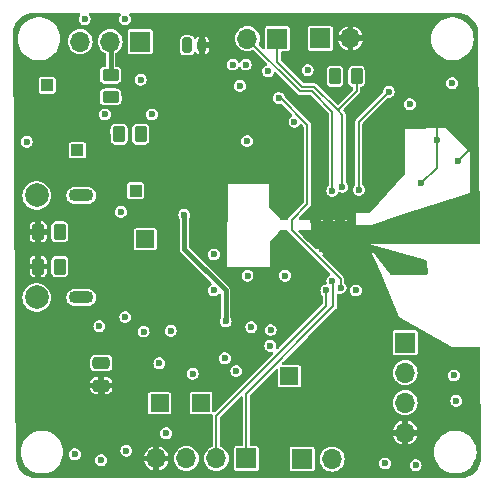
<source format=gbr>
%TF.GenerationSoftware,KiCad,Pcbnew,8.0.3*%
%TF.CreationDate,2025-04-01T13:45:42-05:00*%
%TF.ProjectId,wearable_v2_nrf,77656172-6162-46c6-955f-76325f6e7266,rev?*%
%TF.SameCoordinates,Original*%
%TF.FileFunction,Copper,L4,Bot*%
%TF.FilePolarity,Positive*%
%FSLAX46Y46*%
G04 Gerber Fmt 4.6, Leading zero omitted, Abs format (unit mm)*
G04 Created by KiCad (PCBNEW 8.0.3) date 2025-04-01 13:45:42*
%MOMM*%
%LPD*%
G01*
G04 APERTURE LIST*
G04 Aperture macros list*
%AMRoundRect*
0 Rectangle with rounded corners*
0 $1 Rounding radius*
0 $2 $3 $4 $5 $6 $7 $8 $9 X,Y pos of 4 corners*
0 Add a 4 corners polygon primitive as box body*
4,1,4,$2,$3,$4,$5,$6,$7,$8,$9,$2,$3,0*
0 Add four circle primitives for the rounded corners*
1,1,$1+$1,$2,$3*
1,1,$1+$1,$4,$5*
1,1,$1+$1,$6,$7*
1,1,$1+$1,$8,$9*
0 Add four rect primitives between the rounded corners*
20,1,$1+$1,$2,$3,$4,$5,0*
20,1,$1+$1,$4,$5,$6,$7,0*
20,1,$1+$1,$6,$7,$8,$9,0*
20,1,$1+$1,$8,$9,$2,$3,0*%
G04 Aperture macros list end*
%TA.AperFunction,ComponentPad*%
%ADD10R,1.700000X1.700000*%
%TD*%
%TA.AperFunction,ComponentPad*%
%ADD11O,1.700000X1.700000*%
%TD*%
%TA.AperFunction,ComponentPad*%
%ADD12R,1.500000X1.500000*%
%TD*%
%TA.AperFunction,ComponentPad*%
%ADD13RoundRect,0.200000X-0.200000X-0.450000X0.200000X-0.450000X0.200000X0.450000X-0.200000X0.450000X0*%
%TD*%
%TA.AperFunction,ComponentPad*%
%ADD14O,0.800000X1.300000*%
%TD*%
%TA.AperFunction,HeatsinkPad*%
%ADD15C,0.500000*%
%TD*%
%TA.AperFunction,HeatsinkPad*%
%ADD16R,2.500000X2.500000*%
%TD*%
%TA.AperFunction,ComponentPad*%
%ADD17C,2.010000*%
%TD*%
%TA.AperFunction,ComponentPad*%
%ADD18O,2.100000X1.100000*%
%TD*%
%TA.AperFunction,ComponentPad*%
%ADD19R,1.000000X1.000000*%
%TD*%
%TA.AperFunction,SMDPad,CuDef*%
%ADD20RoundRect,0.250000X0.262500X0.450000X-0.262500X0.450000X-0.262500X-0.450000X0.262500X-0.450000X0*%
%TD*%
%TA.AperFunction,SMDPad,CuDef*%
%ADD21RoundRect,0.250000X0.450000X-0.262500X0.450000X0.262500X-0.450000X0.262500X-0.450000X-0.262500X0*%
%TD*%
%TA.AperFunction,SMDPad,CuDef*%
%ADD22RoundRect,0.250000X-0.475000X0.250000X-0.475000X-0.250000X0.475000X-0.250000X0.475000X0.250000X0*%
%TD*%
%TA.AperFunction,SMDPad,CuDef*%
%ADD23RoundRect,0.250000X-0.262500X-0.450000X0.262500X-0.450000X0.262500X0.450000X-0.262500X0.450000X0*%
%TD*%
%TA.AperFunction,ViaPad*%
%ADD24C,0.600000*%
%TD*%
%TA.AperFunction,Conductor*%
%ADD25C,0.200000*%
%TD*%
%TA.AperFunction,Conductor*%
%ADD26C,0.400000*%
%TD*%
G04 APERTURE END LIST*
D10*
%TO.P,SW2,1,A*%
%TO.N,Net-(Q1-D)*%
X93115000Y-51050000D03*
D11*
%TO.P,SW2,2,B*%
%TO.N,/VBAT+*%
X90575000Y-51050000D03*
%TO.P,SW2,3,C*%
%TO.N,unconnected-(SW2-C-Pad3)*%
X88035000Y-51050000D03*
%TD*%
D10*
%TO.P,J3,1,Pin_1*%
%TO.N,/USART1_TX*%
X102100000Y-86350000D03*
D11*
%TO.P,J3,2,Pin_2*%
%TO.N,/USART1_RX*%
X99560000Y-86350000D03*
%TO.P,J3,3,Pin_3*%
%TO.N,+3.3V*%
X97020000Y-86350000D03*
%TO.P,J3,4,Pin_4*%
%TO.N,GND*%
X94480000Y-86350000D03*
%TD*%
D12*
%TO.P,TP5,1,1*%
%TO.N,/I2C1_SCL*%
X94750000Y-81675000D03*
%TD*%
%TO.P,TP4,1,1*%
%TO.N,/I2C1_SDA*%
X98275000Y-81650000D03*
%TD*%
D11*
%TO.P,R5,2*%
%TO.N,/ADC1_N*%
X102185000Y-50800000D03*
D10*
%TO.P,R5,1*%
%TO.N,/ADC1_P*%
X104725000Y-50800000D03*
%TD*%
%TO.P,J4,1,Pin_1*%
%TO.N,+3.3V*%
X108375000Y-50775000D03*
D11*
%TO.P,J4,2,Pin_2*%
%TO.N,GND*%
X110915000Y-50775000D03*
%TD*%
D13*
%TO.P,BT1,1,+*%
%TO.N,/VBAT+*%
X97100000Y-51375000D03*
D14*
%TO.P,BT1,2,-*%
%TO.N,GND*%
X98350000Y-51375000D03*
%TD*%
D10*
%TO.P,M1,1,+*%
%TO.N,VCC*%
X106825000Y-86400000D03*
D11*
%TO.P,M1,2,-*%
%TO.N,Net-(D4-A)*%
X109365000Y-86400000D03*
%TD*%
D10*
%TO.P,J1,1,Pin_1*%
%TO.N,/SWDIO*%
X115550000Y-76545000D03*
D11*
%TO.P,J1,2,Pin_2*%
%TO.N,/SWCLK*%
X115550000Y-79085000D03*
%TO.P,J1,3,Pin_3*%
%TO.N,+3.3V*%
X115550000Y-81625000D03*
%TO.P,J1,4,Pin_4*%
%TO.N,GND*%
X115550000Y-84165000D03*
%TD*%
D12*
%TO.P,TP6,1,1*%
%TO.N,/INT1*%
X93550000Y-67775000D03*
%TD*%
D15*
%TO.P,U1,33,VSS*%
%TO.N,GND*%
X108525000Y-66575000D03*
X108525000Y-67575000D03*
X108525000Y-68575000D03*
X109525000Y-66575000D03*
X109525000Y-67575000D03*
D16*
X109525000Y-67575000D03*
D15*
X109525000Y-68575000D03*
X110525000Y-66575000D03*
X110525000Y-67575000D03*
X110525000Y-68575000D03*
%TD*%
D17*
%TO.P,J2,MH1,MH1*%
%TO.N,unconnected-(J2-PadMH1)*%
X84347500Y-64080000D03*
%TO.P,J2,MH2,MH2*%
%TO.N,unconnected-(J2-PadMH2)*%
X84347500Y-72720000D03*
D18*
%TO.P,J2,MH3,MH3*%
%TO.N,unconnected-(J2-PadMH3)*%
X88118500Y-64082000D03*
%TO.P,J2,MH4,MH4*%
%TO.N,unconnected-(J2-PadMH4)*%
X88118500Y-72718000D03*
%TD*%
D19*
%TO.P,TP2,1,1*%
%TO.N,/VBAT+*%
X85250000Y-54750000D03*
%TD*%
%TO.P,TP1,1,1*%
%TO.N,/VBUS*%
X87800000Y-60250000D03*
%TD*%
D12*
%TO.P,TP7,1,1*%
%TO.N,/HAPTIC*%
X105750000Y-79375000D03*
%TD*%
D19*
%TO.P,TP3,1,1*%
%TO.N,VCC*%
X92725000Y-63675000D03*
%TD*%
D20*
%TO.P,R2,1*%
%TO.N,Net-(J2-CC1)*%
X86312500Y-67150000D03*
%TO.P,R2,2*%
%TO.N,GND*%
X84487500Y-67150000D03*
%TD*%
D21*
%TO.P,R12,1*%
%TO.N,VCC*%
X90600000Y-55737500D03*
%TO.P,R12,2*%
%TO.N,/VBAT+*%
X90600000Y-53912500D03*
%TD*%
D22*
%TO.P,C2,1*%
%TO.N,/NRST*%
X89825000Y-78275000D03*
%TO.P,C2,2*%
%TO.N,GND*%
X89825000Y-80175000D03*
%TD*%
D23*
%TO.P,R4,1*%
%TO.N,+3.3V*%
X109612500Y-54000000D03*
%TO.P,R4,2*%
%TO.N,/ADC1_P*%
X111437500Y-54000000D03*
%TD*%
%TO.P,R11,1*%
%TO.N,/VBUS*%
X91337500Y-58900000D03*
%TO.P,R11,2*%
%TO.N,VCC*%
X93162500Y-58900000D03*
%TD*%
D20*
%TO.P,R3,1*%
%TO.N,Net-(J2-CC2)*%
X86312500Y-70100000D03*
%TO.P,R3,2*%
%TO.N,GND*%
X84487500Y-70100000D03*
%TD*%
D24*
%TO.N,GND*%
X96225000Y-54450000D03*
%TO.N,/STAT*%
X104850000Y-55825000D03*
%TO.N,/VBUS*%
X94100000Y-57225000D03*
X90125000Y-57225000D03*
%TO.N,+3.3V*%
X119525000Y-54575000D03*
X115950000Y-56350000D03*
%TO.N,GND*%
X116975000Y-54150000D03*
X104450000Y-58075000D03*
%TO.N,+3.3V*%
X99350000Y-69075000D03*
X97550000Y-79175000D03*
%TO.N,/NRST*%
X95700000Y-75550000D03*
%TO.N,GND*%
X95775000Y-67000000D03*
X112225000Y-60100000D03*
X106400000Y-60075000D03*
X89925000Y-84125000D03*
X112475000Y-85225000D03*
X92425000Y-83700000D03*
X103500000Y-83150000D03*
X85137500Y-56975000D03*
X83475000Y-53275000D03*
X99825000Y-55712500D03*
X84475000Y-67125000D03*
X117075000Y-66975000D03*
X118206500Y-59419500D03*
X89975000Y-81225000D03*
X118625000Y-79550000D03*
X114225000Y-60125000D03*
X91425000Y-72675000D03*
X93250000Y-60525000D03*
X106043872Y-53231128D03*
X113675000Y-73175000D03*
X83325000Y-58275000D03*
X95575000Y-79675000D03*
X83200000Y-55300000D03*
X101975000Y-58175000D03*
X119981500Y-61194500D03*
X114150000Y-50100000D03*
X89850000Y-80175000D03*
X107925000Y-77600000D03*
X91250000Y-79300000D03*
X105175000Y-72525000D03*
X99325000Y-64150000D03*
X107875000Y-57900000D03*
X84225000Y-81300000D03*
X84500000Y-70100000D03*
X95325000Y-62550000D03*
X99425000Y-67275000D03*
X104275000Y-60037500D03*
X118625000Y-82925000D03*
X116893500Y-63057500D03*
X104900000Y-74975000D03*
X118700000Y-56850000D03*
X121100000Y-58000000D03*
%TO.N,VCC*%
X96850000Y-65725000D03*
X93225000Y-58600000D03*
X91060000Y-55825000D03*
X100350000Y-74750000D03*
%TO.N,/NRST*%
X89825000Y-78275000D03*
X111375000Y-72125000D03*
%TO.N,+3.3V*%
X91950000Y-85700000D03*
X100950000Y-53000000D03*
X93400000Y-75600000D03*
X89800000Y-86500000D03*
X95300000Y-84225000D03*
X102175000Y-59475000D03*
X119675000Y-79325000D03*
X107300000Y-53475000D03*
X100275000Y-77875000D03*
X101550000Y-54800000D03*
X119879507Y-81477661D03*
X116440695Y-86922447D03*
X106175000Y-57850000D03*
X83500000Y-59525000D03*
X91825000Y-49150000D03*
X87575000Y-86000000D03*
X113850000Y-86775000D03*
X94725000Y-78300000D03*
X89650000Y-75150000D03*
X91850000Y-74375000D03*
X104125000Y-76800000D03*
X104150000Y-75475000D03*
X93150000Y-54275000D03*
X103950000Y-53575000D03*
X109612500Y-54000000D03*
X88400000Y-49150000D03*
X101250000Y-78950000D03*
X91475000Y-65475000D03*
X102050000Y-53000000D03*
%TO.N,Net-(J2-CC2)*%
X86312500Y-70100000D03*
%TO.N,Net-(J2-CC1)*%
X86312500Y-67150000D03*
%TO.N,/USART1_RX*%
X108875000Y-72125000D03*
%TO.N,/USART1_TX*%
X109375000Y-71327761D03*
%TO.N,/ADC1_P*%
X110236765Y-63361765D03*
%TO.N,/LED0*%
X114150000Y-55300000D03*
X111625000Y-63600000D03*
%TO.N,/I2C1_SDA*%
X99347551Y-72112500D03*
%TO.N,/I2C1_SCL*%
X102525000Y-75225000D03*
%TO.N,/INT1*%
X102200000Y-70875000D03*
X105375000Y-70875000D03*
%TO.N,/ADC1_N*%
X109375000Y-63675000D03*
%TO.N,/VBUS*%
X91050000Y-58625000D03*
%TO.N,/STAT*%
X110075000Y-71900000D03*
%TD*%
D25*
%TO.N,/STAT*%
X105925000Y-66125000D02*
X105925000Y-67029232D01*
X105925000Y-67029232D02*
X110075000Y-71179232D01*
X107275000Y-64775000D02*
X105925000Y-66125000D01*
X110075000Y-71179232D02*
X110075000Y-71900000D01*
X107275000Y-58101471D02*
X107275000Y-64775000D01*
X104998529Y-55825000D02*
X107275000Y-58101471D01*
X104850000Y-55825000D02*
X104998529Y-55825000D01*
D26*
%TO.N,/VBAT+*%
X90600000Y-51075000D02*
X90575000Y-51050000D01*
X90600000Y-53912500D02*
X90600000Y-51075000D01*
D25*
%TO.N,/ADC1_N*%
X106660000Y-55275000D02*
X102185000Y-50800000D01*
X109375000Y-56990000D02*
X107660000Y-55275000D01*
X109375000Y-63675000D02*
X109375000Y-56990000D01*
X107660000Y-55275000D02*
X106660000Y-55275000D01*
%TO.N,/ADC1_P*%
X104725000Y-52760785D02*
X104725000Y-50800000D01*
X107825686Y-54875000D02*
X106839215Y-54875000D01*
X106839215Y-54875000D02*
X104725000Y-52760785D01*
X109825343Y-56874657D02*
X107825686Y-54875000D01*
X111437500Y-54000000D02*
X111437500Y-55262500D01*
X111437500Y-55262500D02*
X109825343Y-56874657D01*
X110200000Y-57249314D02*
X109825343Y-56874657D01*
X110236765Y-63361765D02*
X110200000Y-63325000D01*
X110200000Y-63325000D02*
X110200000Y-57249314D01*
D26*
%TO.N,VCC*%
X96850000Y-68625000D02*
X100350000Y-72125000D01*
X100350000Y-72125000D02*
X100350000Y-74750000D01*
X96850000Y-65725000D02*
X96850000Y-68625000D01*
D25*
%TO.N,GND*%
X118206500Y-57343500D02*
X118206500Y-59419500D01*
X118206500Y-59419500D02*
X118206500Y-61744500D01*
X119981500Y-61194500D02*
X121100000Y-60076000D01*
D26*
X89850000Y-80175000D02*
X89850000Y-81100000D01*
D25*
X118700000Y-56850000D02*
X118206500Y-57343500D01*
D26*
X89850000Y-81100000D02*
X89975000Y-81225000D01*
D25*
X121100000Y-60076000D02*
X121100000Y-58000000D01*
X118206500Y-61744500D02*
X116893500Y-63057500D01*
%TO.N,/USART1_RX*%
X108875000Y-73400000D02*
X99560000Y-82715000D01*
X99560000Y-82715000D02*
X99560000Y-86350000D01*
X108875000Y-72125000D02*
X108875000Y-73400000D01*
%TO.N,/USART1_TX*%
X102100000Y-80850000D02*
X102100000Y-86350000D01*
X109375000Y-71327761D02*
X109475000Y-71427761D01*
X109475000Y-71427761D02*
X109475000Y-73475000D01*
X109475000Y-73475000D02*
X102100000Y-80850000D01*
%TO.N,/LED0*%
X111625000Y-63600000D02*
X111625000Y-57825000D01*
X111625000Y-57825000D02*
X114150000Y-55300000D01*
%TD*%
%TA.AperFunction,Conductor*%
%TO.N,GND*%
G36*
X87997089Y-48634399D02*
G01*
X88042844Y-48687203D01*
X88052788Y-48756361D01*
X88023763Y-48819914D01*
X87974623Y-48876627D01*
X87974622Y-48876628D01*
X87914834Y-49007543D01*
X87894353Y-49150000D01*
X87914834Y-49292456D01*
X87965398Y-49403173D01*
X87974623Y-49423373D01*
X88068872Y-49532143D01*
X88189947Y-49609953D01*
X88189950Y-49609954D01*
X88189949Y-49609954D01*
X88328036Y-49650499D01*
X88328038Y-49650500D01*
X88328039Y-49650500D01*
X88471962Y-49650500D01*
X88471962Y-49650499D01*
X88610053Y-49609953D01*
X88731128Y-49532143D01*
X88825377Y-49423373D01*
X88885165Y-49292457D01*
X88905647Y-49150000D01*
X88885165Y-49007543D01*
X88825377Y-48876627D01*
X88776236Y-48819914D01*
X88747212Y-48756361D01*
X88757155Y-48687203D01*
X88802910Y-48634399D01*
X88869950Y-48614714D01*
X91355050Y-48614714D01*
X91422089Y-48634399D01*
X91467844Y-48687203D01*
X91477788Y-48756361D01*
X91448763Y-48819914D01*
X91399623Y-48876627D01*
X91399622Y-48876628D01*
X91339834Y-49007543D01*
X91319353Y-49150000D01*
X91339834Y-49292456D01*
X91390398Y-49403173D01*
X91399623Y-49423373D01*
X91493872Y-49532143D01*
X91614947Y-49609953D01*
X91614950Y-49609954D01*
X91614949Y-49609954D01*
X91753036Y-49650499D01*
X91753038Y-49650500D01*
X91753039Y-49650500D01*
X91896962Y-49650500D01*
X91896962Y-49650499D01*
X92035053Y-49609953D01*
X92156128Y-49532143D01*
X92250377Y-49423373D01*
X92310165Y-49292457D01*
X92330647Y-49150000D01*
X92310165Y-49007543D01*
X92250377Y-48876627D01*
X92201236Y-48819914D01*
X92172212Y-48756361D01*
X92182155Y-48687203D01*
X92227910Y-48634399D01*
X92294950Y-48614714D01*
X119991617Y-48614714D01*
X120034783Y-48614714D01*
X120043629Y-48615029D01*
X120272231Y-48631381D01*
X120289737Y-48633898D01*
X120506726Y-48681103D01*
X120509347Y-48681673D01*
X120526322Y-48686658D01*
X120736889Y-48765197D01*
X120752979Y-48772544D01*
X120950239Y-48880258D01*
X120965121Y-48889822D01*
X120969173Y-48892856D01*
X121145035Y-49024506D01*
X121158406Y-49036092D01*
X121317325Y-49195013D01*
X121328911Y-49208385D01*
X121463588Y-49388297D01*
X121473152Y-49403180D01*
X121580861Y-49600436D01*
X121588211Y-49616530D01*
X121666749Y-49827105D01*
X121671733Y-49844080D01*
X121719503Y-50063682D01*
X121722021Y-50081193D01*
X121738397Y-50310172D01*
X121738713Y-50319018D01*
X121738713Y-50368337D01*
X121739116Y-50373254D01*
X121862039Y-68074129D01*
X121842820Y-68141303D01*
X121790335Y-68187424D01*
X121737719Y-68198990D01*
X112525002Y-68175000D01*
X112525000Y-68175000D01*
X117337550Y-69574568D01*
X117396425Y-69612190D01*
X117425615Y-69675670D01*
X117426896Y-69691052D01*
X117447383Y-70674425D01*
X117429099Y-70741860D01*
X117377260Y-70788705D01*
X117324402Y-70801004D01*
X114386317Y-70824509D01*
X114319122Y-70805361D01*
X114287389Y-70776570D01*
X114276759Y-70762882D01*
X112500000Y-68475000D01*
X112500000Y-68475001D01*
X113499139Y-70673106D01*
X113500785Y-70676892D01*
X113661105Y-71063236D01*
X115025000Y-74350000D01*
X119500000Y-76950000D01*
X121799251Y-76928905D01*
X121866469Y-76947974D01*
X121912706Y-77000356D01*
X121924386Y-77052039D01*
X121988673Y-86309443D01*
X121988360Y-86319151D01*
X121972046Y-86547230D01*
X121969528Y-86564742D01*
X121921755Y-86784347D01*
X121916771Y-86801322D01*
X121838228Y-87011902D01*
X121830878Y-87027996D01*
X121723169Y-87225247D01*
X121713604Y-87240129D01*
X121578920Y-87420046D01*
X121567334Y-87433417D01*
X121408417Y-87592334D01*
X121395046Y-87603920D01*
X121215129Y-87738604D01*
X121200247Y-87748169D01*
X121002996Y-87855878D01*
X120986902Y-87863228D01*
X120776322Y-87941771D01*
X120759347Y-87946755D01*
X120539742Y-87994528D01*
X120522230Y-87997046D01*
X120293630Y-88013398D01*
X120284783Y-88013714D01*
X84346806Y-88013714D01*
X84346794Y-88013713D01*
X84293637Y-88013713D01*
X84284792Y-88013397D01*
X84056190Y-87997049D01*
X84038678Y-87994531D01*
X83819072Y-87946760D01*
X83802096Y-87941776D01*
X83591517Y-87863236D01*
X83575424Y-87855887D01*
X83378168Y-87748179D01*
X83363284Y-87738614D01*
X83183363Y-87603929D01*
X83169992Y-87592343D01*
X83011067Y-87433420D01*
X82999488Y-87420057D01*
X82864791Y-87240127D01*
X82855238Y-87225261D01*
X82747519Y-87027991D01*
X82740173Y-87011905D01*
X82661629Y-86801322D01*
X82656647Y-86784357D01*
X82654611Y-86775000D01*
X82608870Y-86564742D01*
X82606353Y-86547231D01*
X82605857Y-86540303D01*
X82590030Y-86319027D01*
X82589714Y-86310180D01*
X82589714Y-86260064D01*
X82589310Y-86255154D01*
X82589112Y-86226626D01*
X82586248Y-85814209D01*
X82983665Y-85814209D01*
X82983665Y-85814218D01*
X83003830Y-86083315D01*
X83063878Y-86346402D01*
X83063880Y-86346409D01*
X83162470Y-86597610D01*
X83162472Y-86597614D01*
X83167276Y-86605934D01*
X83297399Y-86831316D01*
X83399984Y-86959953D01*
X83465656Y-87042303D01*
X83577858Y-87146410D01*
X83663473Y-87225849D01*
X83886440Y-87377865D01*
X84129573Y-87494952D01*
X84387442Y-87574494D01*
X84387443Y-87574494D01*
X84387446Y-87574495D01*
X84654277Y-87614713D01*
X84654282Y-87614713D01*
X84654285Y-87614714D01*
X84654286Y-87614714D01*
X84924142Y-87614714D01*
X84924143Y-87614714D01*
X84924150Y-87614713D01*
X85190981Y-87574495D01*
X85190982Y-87574494D01*
X85190986Y-87574494D01*
X85448855Y-87494952D01*
X85691989Y-87377865D01*
X85914955Y-87225849D01*
X86112775Y-87042299D01*
X86281029Y-86831316D01*
X86415957Y-86597612D01*
X86514548Y-86346409D01*
X86574597Y-86083317D01*
X86580841Y-86000000D01*
X87069353Y-86000000D01*
X87089834Y-86142456D01*
X87146540Y-86266622D01*
X87149623Y-86273373D01*
X87243872Y-86382143D01*
X87364947Y-86459953D01*
X87364950Y-86459954D01*
X87364949Y-86459954D01*
X87472107Y-86491417D01*
X87501336Y-86500000D01*
X87503036Y-86500499D01*
X87503038Y-86500500D01*
X87503039Y-86500500D01*
X87646962Y-86500500D01*
X87646962Y-86500499D01*
X87648661Y-86500000D01*
X89294353Y-86500000D01*
X89314834Y-86642456D01*
X89365755Y-86753956D01*
X89374623Y-86773373D01*
X89468872Y-86882143D01*
X89589947Y-86959953D01*
X89589950Y-86959954D01*
X89589949Y-86959954D01*
X89680195Y-86986452D01*
X89725893Y-86999870D01*
X89728036Y-87000499D01*
X89728038Y-87000500D01*
X89728039Y-87000500D01*
X89871962Y-87000500D01*
X89871962Y-87000499D01*
X90010053Y-86959953D01*
X90131128Y-86882143D01*
X90225377Y-86773373D01*
X90285165Y-86642457D01*
X90305647Y-86500000D01*
X90285165Y-86357543D01*
X90225377Y-86226627D01*
X90131128Y-86117857D01*
X90010053Y-86040047D01*
X90010051Y-86040046D01*
X90010049Y-86040045D01*
X90010050Y-86040045D01*
X89871963Y-85999500D01*
X89871961Y-85999500D01*
X89728039Y-85999500D01*
X89728036Y-85999500D01*
X89589949Y-86040045D01*
X89468873Y-86117856D01*
X89374623Y-86226626D01*
X89374622Y-86226628D01*
X89314834Y-86357543D01*
X89294353Y-86500000D01*
X87648661Y-86500000D01*
X87785053Y-86459953D01*
X87906128Y-86382143D01*
X88000377Y-86273373D01*
X88060165Y-86142457D01*
X88080647Y-86000000D01*
X88060165Y-85857543D01*
X88000377Y-85726627D01*
X87977305Y-85700000D01*
X91444353Y-85700000D01*
X91464834Y-85842456D01*
X91524622Y-85973371D01*
X91524623Y-85973373D01*
X91618872Y-86082143D01*
X91739947Y-86159953D01*
X91739950Y-86159954D01*
X91739949Y-86159954D01*
X91878036Y-86200499D01*
X91878038Y-86200500D01*
X91878039Y-86200500D01*
X92021962Y-86200500D01*
X92021962Y-86200499D01*
X92160053Y-86159953D01*
X92253342Y-86100000D01*
X93458590Y-86100000D01*
X94046988Y-86100000D01*
X94014075Y-86157007D01*
X93980000Y-86284174D01*
X93980000Y-86415826D01*
X94014075Y-86542993D01*
X94046988Y-86600000D01*
X93458590Y-86600000D01*
X93505233Y-86753766D01*
X93602728Y-86936166D01*
X93602732Y-86936173D01*
X93733944Y-87096055D01*
X93893826Y-87227267D01*
X93893833Y-87227271D01*
X94076233Y-87324766D01*
X94230000Y-87371410D01*
X94230000Y-86783012D01*
X94287007Y-86815925D01*
X94414174Y-86850000D01*
X94545826Y-86850000D01*
X94672993Y-86815925D01*
X94730000Y-86783012D01*
X94730000Y-87371410D01*
X94883766Y-87324766D01*
X95066166Y-87227271D01*
X95066173Y-87227267D01*
X95226055Y-87096055D01*
X95357267Y-86936173D01*
X95357271Y-86936166D01*
X95454766Y-86753766D01*
X95501410Y-86600000D01*
X94913012Y-86600000D01*
X94945925Y-86542993D01*
X94980000Y-86415826D01*
X94980000Y-86350000D01*
X95964417Y-86350000D01*
X95984699Y-86555932D01*
X95999867Y-86605934D01*
X96044768Y-86753954D01*
X96142315Y-86936450D01*
X96142317Y-86936452D01*
X96273589Y-87096410D01*
X96347594Y-87157143D01*
X96433550Y-87227685D01*
X96616046Y-87325232D01*
X96814066Y-87385300D01*
X96814065Y-87385300D01*
X96832529Y-87387118D01*
X97020000Y-87405583D01*
X97225934Y-87385300D01*
X97423954Y-87325232D01*
X97606450Y-87227685D01*
X97766410Y-87096410D01*
X97897685Y-86936450D01*
X97995232Y-86753954D01*
X98055300Y-86555934D01*
X98075583Y-86350000D01*
X98055300Y-86144066D01*
X97995232Y-85946046D01*
X97897685Y-85763550D01*
X97766701Y-85603944D01*
X97766410Y-85603589D01*
X97616121Y-85480252D01*
X97606450Y-85472315D01*
X97423954Y-85374768D01*
X97225934Y-85314700D01*
X97225932Y-85314699D01*
X97225934Y-85314699D01*
X97020000Y-85294417D01*
X96814067Y-85314699D01*
X96660998Y-85361132D01*
X96616050Y-85374767D01*
X96616043Y-85374769D01*
X96505898Y-85433643D01*
X96433550Y-85472315D01*
X96433548Y-85472316D01*
X96433547Y-85472317D01*
X96273589Y-85603589D01*
X96142317Y-85763547D01*
X96142315Y-85763550D01*
X96142164Y-85763833D01*
X96044769Y-85946043D01*
X95984699Y-86144067D01*
X95964417Y-86350000D01*
X94980000Y-86350000D01*
X94980000Y-86284174D01*
X94945925Y-86157007D01*
X94913012Y-86100000D01*
X95501410Y-86100000D01*
X95454766Y-85946233D01*
X95357271Y-85763833D01*
X95357267Y-85763826D01*
X95226055Y-85603944D01*
X95066173Y-85472732D01*
X95066166Y-85472728D01*
X94883763Y-85375232D01*
X94730000Y-85328587D01*
X94730000Y-85916988D01*
X94672993Y-85884075D01*
X94545826Y-85850000D01*
X94414174Y-85850000D01*
X94287007Y-85884075D01*
X94230000Y-85916988D01*
X94230000Y-85328587D01*
X94076236Y-85375232D01*
X93893833Y-85472728D01*
X93893826Y-85472732D01*
X93733944Y-85603944D01*
X93602732Y-85763826D01*
X93602728Y-85763833D01*
X93505233Y-85946233D01*
X93458590Y-86100000D01*
X92253342Y-86100000D01*
X92281128Y-86082143D01*
X92375377Y-85973373D01*
X92435165Y-85842457D01*
X92455647Y-85700000D01*
X92435165Y-85557543D01*
X92375377Y-85426627D01*
X92281128Y-85317857D01*
X92160053Y-85240047D01*
X92160051Y-85240046D01*
X92160049Y-85240045D01*
X92160050Y-85240045D01*
X92021963Y-85199500D01*
X92021961Y-85199500D01*
X91878039Y-85199500D01*
X91878036Y-85199500D01*
X91739949Y-85240045D01*
X91618873Y-85317856D01*
X91618872Y-85317856D01*
X91618872Y-85317857D01*
X91606804Y-85331784D01*
X91524623Y-85426626D01*
X91524622Y-85426628D01*
X91464834Y-85557543D01*
X91444353Y-85700000D01*
X87977305Y-85700000D01*
X87906128Y-85617857D01*
X87785053Y-85540047D01*
X87785051Y-85540046D01*
X87785049Y-85540045D01*
X87785050Y-85540045D01*
X87646963Y-85499500D01*
X87646961Y-85499500D01*
X87503039Y-85499500D01*
X87503036Y-85499500D01*
X87364949Y-85540045D01*
X87243873Y-85617856D01*
X87149623Y-85726626D01*
X87149622Y-85726628D01*
X87089834Y-85857543D01*
X87069353Y-86000000D01*
X86580841Y-86000000D01*
X86591516Y-85857543D01*
X86594763Y-85814218D01*
X86594763Y-85814209D01*
X86574597Y-85545112D01*
X86573441Y-85540047D01*
X86514548Y-85282019D01*
X86415957Y-85030816D01*
X86281029Y-84797112D01*
X86112775Y-84586129D01*
X86112774Y-84586128D01*
X86112771Y-84586124D01*
X85914955Y-84402579D01*
X85691989Y-84250563D01*
X85691983Y-84250560D01*
X85691982Y-84250559D01*
X85691981Y-84250558D01*
X85638909Y-84225000D01*
X94794353Y-84225000D01*
X94814834Y-84367456D01*
X94836547Y-84415000D01*
X94874623Y-84498373D01*
X94968872Y-84607143D01*
X95089947Y-84684953D01*
X95089950Y-84684954D01*
X95089949Y-84684954D01*
X95228036Y-84725499D01*
X95228038Y-84725500D01*
X95228039Y-84725500D01*
X95371962Y-84725500D01*
X95371962Y-84725499D01*
X95510053Y-84684953D01*
X95631128Y-84607143D01*
X95725377Y-84498373D01*
X95785165Y-84367457D01*
X95805647Y-84225000D01*
X95785165Y-84082543D01*
X95725377Y-83951627D01*
X95631128Y-83842857D01*
X95510053Y-83765047D01*
X95510051Y-83765046D01*
X95510049Y-83765045D01*
X95510050Y-83765045D01*
X95371963Y-83724500D01*
X95371961Y-83724500D01*
X95228039Y-83724500D01*
X95228036Y-83724500D01*
X95089949Y-83765045D01*
X94968873Y-83842856D01*
X94874623Y-83951626D01*
X94874622Y-83951628D01*
X94814834Y-84082543D01*
X94794353Y-84225000D01*
X85638909Y-84225000D01*
X85448857Y-84133477D01*
X85448859Y-84133477D01*
X85190987Y-84053934D01*
X85190981Y-84053932D01*
X84924150Y-84013714D01*
X84924143Y-84013714D01*
X84654285Y-84013714D01*
X84654277Y-84013714D01*
X84387446Y-84053932D01*
X84387440Y-84053934D01*
X84129572Y-84133476D01*
X83886444Y-84250560D01*
X83663472Y-84402579D01*
X83465656Y-84586124D01*
X83297399Y-84797112D01*
X83162472Y-85030813D01*
X83162470Y-85030817D01*
X83063880Y-85282018D01*
X83063878Y-85282025D01*
X83003830Y-85545112D01*
X82983665Y-85814209D01*
X82586248Y-85814209D01*
X82552158Y-80905247D01*
X93799500Y-80905247D01*
X93799500Y-82444752D01*
X93811131Y-82503229D01*
X93811132Y-82503230D01*
X93855447Y-82569552D01*
X93921769Y-82613867D01*
X93921770Y-82613868D01*
X93980247Y-82625499D01*
X93980250Y-82625500D01*
X93980252Y-82625500D01*
X95519750Y-82625500D01*
X95519751Y-82625499D01*
X95534568Y-82622552D01*
X95578229Y-82613868D01*
X95578229Y-82613867D01*
X95578231Y-82613867D01*
X95644552Y-82569552D01*
X95688867Y-82503231D01*
X95688867Y-82503229D01*
X95688868Y-82503229D01*
X95700499Y-82444752D01*
X95700500Y-82444750D01*
X95700500Y-80905249D01*
X95700499Y-80905247D01*
X95695527Y-80880247D01*
X97324500Y-80880247D01*
X97324500Y-82419752D01*
X97336131Y-82478229D01*
X97336132Y-82478230D01*
X97380447Y-82544552D01*
X97446769Y-82588867D01*
X97446770Y-82588868D01*
X97505247Y-82600499D01*
X97505250Y-82600500D01*
X97505252Y-82600500D01*
X99044749Y-82600500D01*
X99061689Y-82597130D01*
X99103231Y-82588867D01*
X99103232Y-82588866D01*
X99111307Y-82587260D01*
X99180899Y-82593487D01*
X99236077Y-82636349D01*
X99259322Y-82702239D01*
X99259500Y-82708877D01*
X99259500Y-85251421D01*
X99239815Y-85318460D01*
X99187011Y-85364215D01*
X99171496Y-85370081D01*
X99156046Y-85374767D01*
X99025358Y-85444622D01*
X98973550Y-85472315D01*
X98973548Y-85472316D01*
X98973547Y-85472317D01*
X98813589Y-85603589D01*
X98682317Y-85763547D01*
X98682315Y-85763550D01*
X98682164Y-85763833D01*
X98584769Y-85946043D01*
X98524699Y-86144067D01*
X98504417Y-86350000D01*
X98524699Y-86555932D01*
X98539867Y-86605934D01*
X98584768Y-86753954D01*
X98682315Y-86936450D01*
X98682317Y-86936452D01*
X98813589Y-87096410D01*
X98887594Y-87157143D01*
X98973550Y-87227685D01*
X99156046Y-87325232D01*
X99354066Y-87385300D01*
X99354065Y-87385300D01*
X99372529Y-87387118D01*
X99560000Y-87405583D01*
X99765934Y-87385300D01*
X99963954Y-87325232D01*
X100146450Y-87227685D01*
X100306410Y-87096410D01*
X100437685Y-86936450D01*
X100535232Y-86753954D01*
X100595300Y-86555934D01*
X100615583Y-86350000D01*
X100595300Y-86144066D01*
X100535232Y-85946046D01*
X100437685Y-85763550D01*
X100306701Y-85603944D01*
X100306410Y-85603589D01*
X100156121Y-85480252D01*
X100146450Y-85472315D01*
X100021350Y-85405447D01*
X99963953Y-85374767D01*
X99948504Y-85370081D01*
X99890066Y-85331784D01*
X99861609Y-85267971D01*
X99860500Y-85251421D01*
X99860500Y-82890833D01*
X99880185Y-82823794D01*
X99896819Y-82803152D01*
X101587819Y-81112152D01*
X101649142Y-81078667D01*
X101718834Y-81083651D01*
X101774767Y-81125523D01*
X101799184Y-81190987D01*
X101799500Y-81199833D01*
X101799500Y-85175500D01*
X101779815Y-85242539D01*
X101727011Y-85288294D01*
X101675500Y-85299500D01*
X101230247Y-85299500D01*
X101171770Y-85311131D01*
X101171769Y-85311132D01*
X101105447Y-85355447D01*
X101061132Y-85421769D01*
X101061131Y-85421770D01*
X101049500Y-85480247D01*
X101049500Y-87219752D01*
X101061131Y-87278229D01*
X101061132Y-87278230D01*
X101105447Y-87344552D01*
X101171769Y-87388867D01*
X101171770Y-87388868D01*
X101230247Y-87400499D01*
X101230250Y-87400500D01*
X101230252Y-87400500D01*
X102969750Y-87400500D01*
X102969751Y-87400499D01*
X102984568Y-87397552D01*
X103028229Y-87388868D01*
X103028229Y-87388867D01*
X103028231Y-87388867D01*
X103094552Y-87344552D01*
X103138867Y-87278231D01*
X103138867Y-87278229D01*
X103138868Y-87278229D01*
X103148922Y-87227682D01*
X103150500Y-87219748D01*
X103150500Y-85530247D01*
X105774500Y-85530247D01*
X105774500Y-87269752D01*
X105786131Y-87328229D01*
X105786132Y-87328230D01*
X105830447Y-87394552D01*
X105896769Y-87438867D01*
X105896770Y-87438868D01*
X105955247Y-87450499D01*
X105955250Y-87450500D01*
X105955252Y-87450500D01*
X107694750Y-87450500D01*
X107694751Y-87450499D01*
X107709568Y-87447552D01*
X107753229Y-87438868D01*
X107753229Y-87438867D01*
X107753231Y-87438867D01*
X107819552Y-87394552D01*
X107863867Y-87328231D01*
X107863867Y-87328229D01*
X107863868Y-87328229D01*
X107875499Y-87269752D01*
X107875500Y-87269750D01*
X107875500Y-86400000D01*
X108309417Y-86400000D01*
X108329699Y-86605932D01*
X108359734Y-86704944D01*
X108389768Y-86803954D01*
X108487315Y-86986450D01*
X108508202Y-87011901D01*
X108618589Y-87146410D01*
X108707953Y-87219748D01*
X108778550Y-87277685D01*
X108961046Y-87375232D01*
X109159066Y-87435300D01*
X109159065Y-87435300D01*
X109177529Y-87437118D01*
X109365000Y-87455583D01*
X109570934Y-87435300D01*
X109768954Y-87375232D01*
X109951450Y-87277685D01*
X110111410Y-87146410D01*
X110242685Y-86986450D01*
X110340232Y-86803954D01*
X110349015Y-86775000D01*
X113344353Y-86775000D01*
X113364834Y-86917456D01*
X113407967Y-87011902D01*
X113424623Y-87048373D01*
X113518872Y-87157143D01*
X113639947Y-87234953D01*
X113639950Y-87234954D01*
X113639949Y-87234954D01*
X113778036Y-87275499D01*
X113778038Y-87275500D01*
X113778039Y-87275500D01*
X113921962Y-87275500D01*
X113921962Y-87275499D01*
X114029121Y-87244035D01*
X114060050Y-87234954D01*
X114060050Y-87234953D01*
X114060053Y-87234953D01*
X114181128Y-87157143D01*
X114275377Y-87048373D01*
X114332886Y-86922447D01*
X115935048Y-86922447D01*
X115955529Y-87064903D01*
X116015317Y-87195818D01*
X116015318Y-87195820D01*
X116109567Y-87304590D01*
X116230642Y-87382400D01*
X116230645Y-87382401D01*
X116230644Y-87382401D01*
X116368731Y-87422946D01*
X116368733Y-87422947D01*
X116368734Y-87422947D01*
X116512657Y-87422947D01*
X116512657Y-87422946D01*
X116628723Y-87388867D01*
X116650745Y-87382401D01*
X116650745Y-87382400D01*
X116650748Y-87382400D01*
X116771823Y-87304590D01*
X116866072Y-87195820D01*
X116925860Y-87064904D01*
X116946342Y-86922447D01*
X116925860Y-86779990D01*
X116866072Y-86649074D01*
X116771823Y-86540304D01*
X116650748Y-86462494D01*
X116650746Y-86462493D01*
X116650744Y-86462492D01*
X116650745Y-86462492D01*
X116512658Y-86421947D01*
X116512656Y-86421947D01*
X116368734Y-86421947D01*
X116368731Y-86421947D01*
X116230644Y-86462492D01*
X116109568Y-86540303D01*
X116015318Y-86649073D01*
X116015317Y-86649075D01*
X115955529Y-86779990D01*
X115935048Y-86922447D01*
X114332886Y-86922447D01*
X114335165Y-86917457D01*
X114355647Y-86775000D01*
X114335165Y-86632543D01*
X114275377Y-86501627D01*
X114181128Y-86392857D01*
X114060053Y-86315047D01*
X114060051Y-86315046D01*
X114060049Y-86315045D01*
X114060050Y-86315045D01*
X113921963Y-86274500D01*
X113921961Y-86274500D01*
X113778039Y-86274500D01*
X113778036Y-86274500D01*
X113639949Y-86315045D01*
X113518873Y-86392856D01*
X113424623Y-86501626D01*
X113424622Y-86501628D01*
X113364834Y-86632543D01*
X113344353Y-86775000D01*
X110349015Y-86775000D01*
X110400300Y-86605934D01*
X110420583Y-86400000D01*
X110400300Y-86194066D01*
X110340232Y-85996046D01*
X110243037Y-85814209D01*
X117983665Y-85814209D01*
X117983665Y-85814218D01*
X118003830Y-86083315D01*
X118063878Y-86346402D01*
X118063880Y-86346409D01*
X118162470Y-86597610D01*
X118162472Y-86597614D01*
X118167276Y-86605934D01*
X118297399Y-86831316D01*
X118399984Y-86959953D01*
X118465656Y-87042303D01*
X118577858Y-87146410D01*
X118663473Y-87225849D01*
X118886440Y-87377865D01*
X119129573Y-87494952D01*
X119387442Y-87574494D01*
X119387443Y-87574494D01*
X119387446Y-87574495D01*
X119654277Y-87614713D01*
X119654282Y-87614713D01*
X119654285Y-87614714D01*
X119654286Y-87614714D01*
X119924142Y-87614714D01*
X119924143Y-87614714D01*
X119924150Y-87614713D01*
X120190981Y-87574495D01*
X120190982Y-87574494D01*
X120190986Y-87574494D01*
X120448855Y-87494952D01*
X120691989Y-87377865D01*
X120914955Y-87225849D01*
X121112775Y-87042299D01*
X121281029Y-86831316D01*
X121415957Y-86597612D01*
X121514548Y-86346409D01*
X121574597Y-86083317D01*
X121591516Y-85857543D01*
X121594763Y-85814218D01*
X121594763Y-85814209D01*
X121574597Y-85545112D01*
X121573441Y-85540047D01*
X121514548Y-85282019D01*
X121415957Y-85030816D01*
X121281029Y-84797112D01*
X121112775Y-84586129D01*
X121112774Y-84586128D01*
X121112771Y-84586124D01*
X120914955Y-84402579D01*
X120691989Y-84250563D01*
X120691983Y-84250560D01*
X120691982Y-84250559D01*
X120691981Y-84250558D01*
X120448857Y-84133477D01*
X120448859Y-84133477D01*
X120190987Y-84053934D01*
X120190981Y-84053932D01*
X119924150Y-84013714D01*
X119924143Y-84013714D01*
X119654285Y-84013714D01*
X119654277Y-84013714D01*
X119387446Y-84053932D01*
X119387440Y-84053934D01*
X119129572Y-84133476D01*
X118886444Y-84250560D01*
X118663472Y-84402579D01*
X118465656Y-84586124D01*
X118297399Y-84797112D01*
X118162472Y-85030813D01*
X118162470Y-85030817D01*
X118063880Y-85282018D01*
X118063878Y-85282025D01*
X118003830Y-85545112D01*
X117983665Y-85814209D01*
X110243037Y-85814209D01*
X110242685Y-85813550D01*
X110190702Y-85750209D01*
X110111410Y-85653589D01*
X109979227Y-85545111D01*
X109951450Y-85522315D01*
X109768954Y-85424768D01*
X109570934Y-85364700D01*
X109570932Y-85364699D01*
X109570934Y-85364699D01*
X109365000Y-85344417D01*
X109159067Y-85364699D01*
X109024736Y-85405448D01*
X108970933Y-85421769D01*
X108961043Y-85424769D01*
X108872089Y-85472317D01*
X108778550Y-85522315D01*
X108778548Y-85522316D01*
X108778547Y-85522317D01*
X108618589Y-85653589D01*
X108528116Y-85763833D01*
X108487315Y-85813550D01*
X108471864Y-85842457D01*
X108389769Y-85996043D01*
X108329699Y-86194067D01*
X108309417Y-86400000D01*
X107875500Y-86400000D01*
X107875500Y-85530249D01*
X107875499Y-85530247D01*
X107863868Y-85471770D01*
X107863867Y-85471769D01*
X107819552Y-85405447D01*
X107753230Y-85361132D01*
X107753229Y-85361131D01*
X107694752Y-85349500D01*
X107694748Y-85349500D01*
X105955252Y-85349500D01*
X105955247Y-85349500D01*
X105896770Y-85361131D01*
X105896769Y-85361132D01*
X105830447Y-85405447D01*
X105786132Y-85471769D01*
X105786131Y-85471770D01*
X105774500Y-85530247D01*
X103150500Y-85530247D01*
X103150500Y-85480252D01*
X103150500Y-85480249D01*
X103150499Y-85480247D01*
X103138868Y-85421770D01*
X103138867Y-85421769D01*
X103094552Y-85355447D01*
X103028230Y-85311132D01*
X103028229Y-85311131D01*
X102969752Y-85299500D01*
X102969748Y-85299500D01*
X102524500Y-85299500D01*
X102457461Y-85279815D01*
X102411706Y-85227011D01*
X102400500Y-85175500D01*
X102400500Y-83915000D01*
X114528590Y-83915000D01*
X115116988Y-83915000D01*
X115084075Y-83972007D01*
X115050000Y-84099174D01*
X115050000Y-84230826D01*
X115084075Y-84357993D01*
X115116988Y-84415000D01*
X114528590Y-84415000D01*
X114575233Y-84568766D01*
X114672728Y-84751166D01*
X114672732Y-84751173D01*
X114803944Y-84911055D01*
X114963826Y-85042267D01*
X114963833Y-85042271D01*
X115146233Y-85139766D01*
X115300000Y-85186410D01*
X115300000Y-84598012D01*
X115357007Y-84630925D01*
X115484174Y-84665000D01*
X115615826Y-84665000D01*
X115742993Y-84630925D01*
X115800000Y-84598012D01*
X115800000Y-85186410D01*
X115953766Y-85139766D01*
X116136166Y-85042271D01*
X116136173Y-85042267D01*
X116296055Y-84911055D01*
X116427267Y-84751173D01*
X116427271Y-84751166D01*
X116524766Y-84568766D01*
X116571410Y-84415000D01*
X115983012Y-84415000D01*
X116015925Y-84357993D01*
X116050000Y-84230826D01*
X116050000Y-84099174D01*
X116015925Y-83972007D01*
X115983012Y-83915000D01*
X116571410Y-83915000D01*
X116524766Y-83761233D01*
X116427271Y-83578833D01*
X116427267Y-83578826D01*
X116296055Y-83418944D01*
X116136173Y-83287732D01*
X116136166Y-83287728D01*
X115953763Y-83190232D01*
X115800000Y-83143587D01*
X115800000Y-83731988D01*
X115742993Y-83699075D01*
X115615826Y-83665000D01*
X115484174Y-83665000D01*
X115357007Y-83699075D01*
X115300000Y-83731988D01*
X115300000Y-83143587D01*
X115146236Y-83190232D01*
X114963833Y-83287728D01*
X114963826Y-83287732D01*
X114803944Y-83418944D01*
X114672732Y-83578826D01*
X114672728Y-83578833D01*
X114575233Y-83761233D01*
X114528590Y-83915000D01*
X102400500Y-83915000D01*
X102400500Y-81625000D01*
X114494417Y-81625000D01*
X114514699Y-81830932D01*
X114544734Y-81929944D01*
X114574768Y-82028954D01*
X114672315Y-82211450D01*
X114672317Y-82211452D01*
X114803589Y-82371410D01*
X114862490Y-82419748D01*
X114963550Y-82502685D01*
X115146046Y-82600232D01*
X115344066Y-82660300D01*
X115344065Y-82660300D01*
X115362529Y-82662118D01*
X115550000Y-82680583D01*
X115755934Y-82660300D01*
X115953954Y-82600232D01*
X116136450Y-82502685D01*
X116296410Y-82371410D01*
X116427685Y-82211450D01*
X116525232Y-82028954D01*
X116585300Y-81830934D01*
X116605583Y-81625000D01*
X116591071Y-81477661D01*
X119373860Y-81477661D01*
X119394341Y-81620117D01*
X119454129Y-81751032D01*
X119454130Y-81751034D01*
X119548379Y-81859804D01*
X119669454Y-81937614D01*
X119669457Y-81937615D01*
X119669456Y-81937615D01*
X119807543Y-81978160D01*
X119807545Y-81978161D01*
X119807546Y-81978161D01*
X119951469Y-81978161D01*
X119951469Y-81978160D01*
X120089560Y-81937614D01*
X120210635Y-81859804D01*
X120304884Y-81751034D01*
X120364672Y-81620118D01*
X120385154Y-81477661D01*
X120364672Y-81335204D01*
X120304884Y-81204288D01*
X120210635Y-81095518D01*
X120089560Y-81017708D01*
X120089558Y-81017707D01*
X120089556Y-81017706D01*
X120089557Y-81017706D01*
X119951470Y-80977161D01*
X119951468Y-80977161D01*
X119807546Y-80977161D01*
X119807543Y-80977161D01*
X119669456Y-81017706D01*
X119548380Y-81095517D01*
X119454130Y-81204287D01*
X119454129Y-81204289D01*
X119394341Y-81335204D01*
X119373860Y-81477661D01*
X116591071Y-81477661D01*
X116585300Y-81419066D01*
X116525232Y-81221046D01*
X116427685Y-81038550D01*
X116318291Y-80905252D01*
X116296410Y-80878589D01*
X116136452Y-80747317D01*
X116136453Y-80747317D01*
X116136450Y-80747315D01*
X115953954Y-80649768D01*
X115755934Y-80589700D01*
X115755932Y-80589699D01*
X115755934Y-80589699D01*
X115550000Y-80569417D01*
X115344067Y-80589699D01*
X115146043Y-80649769D01*
X115053005Y-80699500D01*
X114963550Y-80747315D01*
X114963548Y-80747316D01*
X114963547Y-80747317D01*
X114803589Y-80878589D01*
X114672317Y-81038547D01*
X114574769Y-81221043D01*
X114514699Y-81419067D01*
X114494417Y-81625000D01*
X102400500Y-81625000D01*
X102400500Y-81025832D01*
X102420185Y-80958793D01*
X102436814Y-80938156D01*
X104587819Y-78787150D01*
X104649142Y-78753666D01*
X104718834Y-78758650D01*
X104774767Y-78800522D01*
X104799184Y-78865986D01*
X104799500Y-78874832D01*
X104799500Y-80144752D01*
X104811131Y-80203229D01*
X104811132Y-80203230D01*
X104855447Y-80269552D01*
X104921769Y-80313867D01*
X104921770Y-80313868D01*
X104980247Y-80325499D01*
X104980250Y-80325500D01*
X104980252Y-80325500D01*
X106519750Y-80325500D01*
X106519751Y-80325499D01*
X106534568Y-80322552D01*
X106578229Y-80313868D01*
X106578229Y-80313867D01*
X106578231Y-80313867D01*
X106644552Y-80269552D01*
X106688867Y-80203231D01*
X106688867Y-80203229D01*
X106688868Y-80203229D01*
X106700499Y-80144752D01*
X106700500Y-80144750D01*
X106700500Y-79085000D01*
X114494417Y-79085000D01*
X114514699Y-79290932D01*
X114527200Y-79332143D01*
X114574768Y-79488954D01*
X114672315Y-79671450D01*
X114672317Y-79671452D01*
X114803589Y-79831410D01*
X114900209Y-79910702D01*
X114963550Y-79962685D01*
X115146046Y-80060232D01*
X115344066Y-80120300D01*
X115344065Y-80120300D01*
X115362529Y-80122118D01*
X115550000Y-80140583D01*
X115755934Y-80120300D01*
X115953954Y-80060232D01*
X116136450Y-79962685D01*
X116296410Y-79831410D01*
X116427685Y-79671450D01*
X116525232Y-79488954D01*
X116574966Y-79325000D01*
X119169353Y-79325000D01*
X119189834Y-79467456D01*
X119249622Y-79598371D01*
X119249623Y-79598373D01*
X119343872Y-79707143D01*
X119464947Y-79784953D01*
X119464950Y-79784954D01*
X119464949Y-79784954D01*
X119603036Y-79825499D01*
X119603038Y-79825500D01*
X119603039Y-79825500D01*
X119746962Y-79825500D01*
X119746962Y-79825499D01*
X119885053Y-79784953D01*
X120006128Y-79707143D01*
X120100377Y-79598373D01*
X120160165Y-79467457D01*
X120180647Y-79325000D01*
X120160165Y-79182543D01*
X120100377Y-79051627D01*
X120006128Y-78942857D01*
X119885053Y-78865047D01*
X119885051Y-78865046D01*
X119885049Y-78865045D01*
X119885050Y-78865045D01*
X119746963Y-78824500D01*
X119746961Y-78824500D01*
X119603039Y-78824500D01*
X119603036Y-78824500D01*
X119464949Y-78865045D01*
X119343873Y-78942856D01*
X119249623Y-79051626D01*
X119249622Y-79051628D01*
X119189834Y-79182543D01*
X119169353Y-79325000D01*
X116574966Y-79325000D01*
X116585300Y-79290934D01*
X116605583Y-79085000D01*
X116585300Y-78879066D01*
X116525232Y-78681046D01*
X116427685Y-78498550D01*
X116350759Y-78404815D01*
X116296410Y-78338589D01*
X116151050Y-78219297D01*
X116136450Y-78207315D01*
X115953954Y-78109768D01*
X115755934Y-78049700D01*
X115755932Y-78049699D01*
X115755934Y-78049699D01*
X115550000Y-78029417D01*
X115344067Y-78049699D01*
X115146043Y-78109769D01*
X115056666Y-78157543D01*
X114963550Y-78207315D01*
X114963548Y-78207316D01*
X114963547Y-78207317D01*
X114803589Y-78338589D01*
X114672317Y-78498547D01*
X114574769Y-78681043D01*
X114514699Y-78879067D01*
X114494417Y-79085000D01*
X106700500Y-79085000D01*
X106700500Y-78605249D01*
X106700499Y-78605247D01*
X106688868Y-78546770D01*
X106688867Y-78546769D01*
X106644552Y-78480447D01*
X106578230Y-78436132D01*
X106578229Y-78436131D01*
X106519752Y-78424500D01*
X106519748Y-78424500D01*
X105249832Y-78424500D01*
X105182793Y-78404815D01*
X105137038Y-78352011D01*
X105127094Y-78282853D01*
X105156119Y-78219297D01*
X105162151Y-78212819D01*
X107324471Y-76050499D01*
X107699723Y-75675247D01*
X114499500Y-75675247D01*
X114499500Y-77414752D01*
X114511131Y-77473229D01*
X114511132Y-77473230D01*
X114555447Y-77539552D01*
X114621769Y-77583867D01*
X114621770Y-77583868D01*
X114680247Y-77595499D01*
X114680250Y-77595500D01*
X114680252Y-77595500D01*
X116419750Y-77595500D01*
X116419751Y-77595499D01*
X116434568Y-77592552D01*
X116478229Y-77583868D01*
X116478229Y-77583867D01*
X116478231Y-77583867D01*
X116544552Y-77539552D01*
X116588867Y-77473231D01*
X116588867Y-77473229D01*
X116588868Y-77473229D01*
X116597552Y-77429568D01*
X116600500Y-77414748D01*
X116600500Y-75675252D01*
X116600500Y-75675249D01*
X116600499Y-75675247D01*
X116588868Y-75616770D01*
X116588867Y-75616769D01*
X116544552Y-75550447D01*
X116478230Y-75506132D01*
X116478229Y-75506131D01*
X116419752Y-75494500D01*
X116419748Y-75494500D01*
X114680252Y-75494500D01*
X114680247Y-75494500D01*
X114621770Y-75506131D01*
X114621769Y-75506132D01*
X114555447Y-75550447D01*
X114511132Y-75616769D01*
X114511131Y-75616770D01*
X114499500Y-75675247D01*
X107699723Y-75675247D01*
X109715460Y-73659511D01*
X109746859Y-73605126D01*
X109755021Y-73590989D01*
X109775500Y-73514562D01*
X109775500Y-72499333D01*
X109795185Y-72432294D01*
X109847989Y-72386539D01*
X109917147Y-72376595D01*
X109934431Y-72380355D01*
X109955492Y-72386539D01*
X110003038Y-72400500D01*
X110003039Y-72400500D01*
X110146962Y-72400500D01*
X110146962Y-72400499D01*
X110276362Y-72362505D01*
X110285050Y-72359954D01*
X110285050Y-72359953D01*
X110285053Y-72359953D01*
X110406128Y-72282143D01*
X110500377Y-72173373D01*
X110522468Y-72125000D01*
X110869353Y-72125000D01*
X110889834Y-72267456D01*
X110949622Y-72398371D01*
X110949623Y-72398373D01*
X111043872Y-72507143D01*
X111164947Y-72584953D01*
X111164950Y-72584954D01*
X111164949Y-72584954D01*
X111303036Y-72625499D01*
X111303038Y-72625500D01*
X111303039Y-72625500D01*
X111446962Y-72625500D01*
X111446962Y-72625499D01*
X111554121Y-72594035D01*
X111585050Y-72584954D01*
X111585050Y-72584953D01*
X111585053Y-72584953D01*
X111706128Y-72507143D01*
X111800377Y-72398373D01*
X111860165Y-72267457D01*
X111880647Y-72125000D01*
X111860165Y-71982543D01*
X111800377Y-71851627D01*
X111706128Y-71742857D01*
X111585053Y-71665047D01*
X111585051Y-71665046D01*
X111585049Y-71665045D01*
X111585050Y-71665045D01*
X111446963Y-71624500D01*
X111446961Y-71624500D01*
X111303039Y-71624500D01*
X111303036Y-71624500D01*
X111164949Y-71665045D01*
X111043873Y-71742856D01*
X110949623Y-71851626D01*
X110949622Y-71851628D01*
X110889834Y-71982543D01*
X110869353Y-72125000D01*
X110522468Y-72125000D01*
X110560165Y-72042457D01*
X110580647Y-71900000D01*
X110560165Y-71757543D01*
X110500377Y-71626627D01*
X110500375Y-71626625D01*
X110500374Y-71626622D01*
X110405787Y-71517462D01*
X110376762Y-71453906D01*
X110375500Y-71436260D01*
X110375500Y-71139671D01*
X110355020Y-71063241D01*
X110355017Y-71063236D01*
X110315464Y-70994727D01*
X110315458Y-70994719D01*
X108548891Y-69228152D01*
X108515406Y-69166829D01*
X108520390Y-69097137D01*
X108562262Y-69041204D01*
X108601632Y-69021495D01*
X108614239Y-69017792D01*
X108614238Y-69017791D01*
X109435758Y-69017791D01*
X109435759Y-69017792D01*
X109460301Y-69025000D01*
X109589698Y-69025000D01*
X109589705Y-69024998D01*
X109614240Y-69017793D01*
X109614240Y-69017792D01*
X109614239Y-69017791D01*
X110435758Y-69017791D01*
X110435759Y-69017792D01*
X110460301Y-69025000D01*
X110589698Y-69025000D01*
X110589705Y-69024998D01*
X110614240Y-69017793D01*
X110614240Y-69017792D01*
X110525001Y-68928553D01*
X110524999Y-68928553D01*
X110435758Y-69017791D01*
X109614239Y-69017791D01*
X109525001Y-68928553D01*
X109524999Y-68928553D01*
X109435758Y-69017791D01*
X108614238Y-69017791D01*
X108151556Y-68555109D01*
X108425000Y-68555109D01*
X108425000Y-68594891D01*
X108440224Y-68631645D01*
X108468355Y-68659776D01*
X108505109Y-68675000D01*
X108544891Y-68675000D01*
X108581645Y-68659776D01*
X108609776Y-68631645D01*
X108625000Y-68594891D01*
X108625000Y-68575000D01*
X108878553Y-68575000D01*
X108878553Y-68575001D01*
X108966919Y-68663367D01*
X108985839Y-68657071D01*
X109055664Y-68654577D01*
X109064159Y-68657071D01*
X109083077Y-68663367D01*
X109171446Y-68574999D01*
X109151556Y-68555109D01*
X109425000Y-68555109D01*
X109425000Y-68594891D01*
X109440224Y-68631645D01*
X109468355Y-68659776D01*
X109505109Y-68675000D01*
X109544891Y-68675000D01*
X109581645Y-68659776D01*
X109609776Y-68631645D01*
X109625000Y-68594891D01*
X109625000Y-68575000D01*
X109878553Y-68575000D01*
X109878553Y-68575001D01*
X109966919Y-68663367D01*
X109985839Y-68657071D01*
X110055664Y-68654577D01*
X110064159Y-68657071D01*
X110083077Y-68663367D01*
X110171446Y-68574999D01*
X110151556Y-68555109D01*
X110425000Y-68555109D01*
X110425000Y-68594891D01*
X110440224Y-68631645D01*
X110468355Y-68659776D01*
X110505109Y-68675000D01*
X110544891Y-68675000D01*
X110581645Y-68659776D01*
X110609776Y-68631645D01*
X110625000Y-68594891D01*
X110625000Y-68575000D01*
X110878553Y-68575000D01*
X110878553Y-68575001D01*
X110966920Y-68663368D01*
X110979626Y-68574999D01*
X110966920Y-68486631D01*
X110878553Y-68575000D01*
X110625000Y-68575000D01*
X110625000Y-68555109D01*
X110609776Y-68518355D01*
X110581645Y-68490224D01*
X110544891Y-68475000D01*
X110505109Y-68475000D01*
X110468355Y-68490224D01*
X110440224Y-68518355D01*
X110425000Y-68555109D01*
X110151556Y-68555109D01*
X110083077Y-68486630D01*
X110064158Y-68492928D01*
X109994333Y-68495421D01*
X109985840Y-68492928D01*
X109966921Y-68486631D01*
X109878553Y-68575000D01*
X109625000Y-68575000D01*
X109625000Y-68555109D01*
X109609776Y-68518355D01*
X109581645Y-68490224D01*
X109544891Y-68475000D01*
X109505109Y-68475000D01*
X109468355Y-68490224D01*
X109440224Y-68518355D01*
X109425000Y-68555109D01*
X109151556Y-68555109D01*
X109083077Y-68486630D01*
X109064158Y-68492928D01*
X108994333Y-68495421D01*
X108985840Y-68492928D01*
X108966921Y-68486631D01*
X108878553Y-68575000D01*
X108625000Y-68575000D01*
X108625000Y-68555109D01*
X108609776Y-68518355D01*
X108581645Y-68490224D01*
X108544891Y-68475000D01*
X108505109Y-68475000D01*
X108468355Y-68490224D01*
X108440224Y-68518355D01*
X108425000Y-68555109D01*
X108151556Y-68555109D01*
X108083077Y-68486630D01*
X108081547Y-68487139D01*
X108054648Y-68546038D01*
X107995870Y-68583812D01*
X107926000Y-68583812D01*
X107873255Y-68552516D01*
X107338531Y-68017792D01*
X108435758Y-68017792D01*
X108442533Y-68044337D01*
X108442532Y-68105665D01*
X108435758Y-68132205D01*
X108524999Y-68221446D01*
X108614239Y-68132205D01*
X108607466Y-68105667D01*
X108607465Y-68044338D01*
X108614239Y-68017792D01*
X109435758Y-68017792D01*
X109442533Y-68044337D01*
X109442532Y-68105665D01*
X109435758Y-68132205D01*
X109524999Y-68221446D01*
X109614239Y-68132205D01*
X109607466Y-68105667D01*
X109607465Y-68044338D01*
X109614239Y-68017792D01*
X110435758Y-68017792D01*
X110442533Y-68044337D01*
X110442532Y-68105665D01*
X110435758Y-68132205D01*
X110524999Y-68221446D01*
X110614239Y-68132205D01*
X110607466Y-68105667D01*
X110607465Y-68044338D01*
X110614239Y-68017792D01*
X110525001Y-67928553D01*
X110524999Y-67928553D01*
X110435758Y-68017792D01*
X109614239Y-68017792D01*
X109525001Y-67928553D01*
X109524999Y-67928553D01*
X109435758Y-68017792D01*
X108614239Y-68017792D01*
X108525001Y-67928553D01*
X108524999Y-67928553D01*
X108435758Y-68017792D01*
X107338531Y-68017792D01*
X106895738Y-67574999D01*
X108070373Y-67574999D01*
X108083077Y-67663366D01*
X108171446Y-67574999D01*
X108151556Y-67555109D01*
X108425000Y-67555109D01*
X108425000Y-67594891D01*
X108440224Y-67631645D01*
X108468355Y-67659776D01*
X108505109Y-67675000D01*
X108544891Y-67675000D01*
X108581645Y-67659776D01*
X108609776Y-67631645D01*
X108625000Y-67594891D01*
X108625000Y-67575000D01*
X108878553Y-67575000D01*
X108878553Y-67575001D01*
X108966919Y-67663367D01*
X108985839Y-67657071D01*
X109055664Y-67654577D01*
X109064159Y-67657071D01*
X109083077Y-67663367D01*
X109171446Y-67574999D01*
X109151556Y-67555109D01*
X109425000Y-67555109D01*
X109425000Y-67594891D01*
X109440224Y-67631645D01*
X109468355Y-67659776D01*
X109505109Y-67675000D01*
X109544891Y-67675000D01*
X109581645Y-67659776D01*
X109609776Y-67631645D01*
X109625000Y-67594891D01*
X109625000Y-67575000D01*
X109878553Y-67575000D01*
X109878553Y-67575001D01*
X109966919Y-67663367D01*
X109985839Y-67657071D01*
X110055664Y-67654577D01*
X110064159Y-67657071D01*
X110083077Y-67663367D01*
X110171446Y-67574999D01*
X110151556Y-67555109D01*
X110425000Y-67555109D01*
X110425000Y-67594891D01*
X110440224Y-67631645D01*
X110468355Y-67659776D01*
X110505109Y-67675000D01*
X110544891Y-67675000D01*
X110581645Y-67659776D01*
X110609776Y-67631645D01*
X110625000Y-67594891D01*
X110625000Y-67575000D01*
X110878553Y-67575000D01*
X110878553Y-67575001D01*
X110966920Y-67663368D01*
X110979626Y-67574999D01*
X110966920Y-67486631D01*
X110878553Y-67575000D01*
X110625000Y-67575000D01*
X110625000Y-67555109D01*
X110609776Y-67518355D01*
X110581645Y-67490224D01*
X110544891Y-67475000D01*
X110505109Y-67475000D01*
X110468355Y-67490224D01*
X110440224Y-67518355D01*
X110425000Y-67555109D01*
X110151556Y-67555109D01*
X110083077Y-67486630D01*
X110064158Y-67492928D01*
X109994333Y-67495421D01*
X109985840Y-67492928D01*
X109966921Y-67486631D01*
X109878553Y-67575000D01*
X109625000Y-67575000D01*
X109625000Y-67555109D01*
X109609776Y-67518355D01*
X109581645Y-67490224D01*
X109544891Y-67475000D01*
X109505109Y-67475000D01*
X109468355Y-67490224D01*
X109440224Y-67518355D01*
X109425000Y-67555109D01*
X109151556Y-67555109D01*
X109083077Y-67486630D01*
X109064158Y-67492928D01*
X108994333Y-67495421D01*
X108985840Y-67492928D01*
X108966921Y-67486631D01*
X108878553Y-67575000D01*
X108625000Y-67575000D01*
X108625000Y-67555109D01*
X108609776Y-67518355D01*
X108581645Y-67490224D01*
X108544891Y-67475000D01*
X108505109Y-67475000D01*
X108468355Y-67490224D01*
X108440224Y-67518355D01*
X108425000Y-67555109D01*
X108151556Y-67555109D01*
X108083078Y-67486631D01*
X108070373Y-67574999D01*
X106895738Y-67574999D01*
X106532420Y-67211681D01*
X106498935Y-67150358D01*
X106503919Y-67080666D01*
X106545791Y-67024733D01*
X106564400Y-67017792D01*
X108435758Y-67017792D01*
X108442533Y-67044337D01*
X108442532Y-67105665D01*
X108435758Y-67132205D01*
X108524999Y-67221446D01*
X108614239Y-67132205D01*
X108607466Y-67105667D01*
X108607465Y-67044338D01*
X108614239Y-67017792D01*
X109435758Y-67017792D01*
X109442533Y-67044337D01*
X109442532Y-67105665D01*
X109435758Y-67132205D01*
X109524999Y-67221446D01*
X109614239Y-67132205D01*
X109607466Y-67105667D01*
X109607465Y-67044338D01*
X109614239Y-67017792D01*
X110435758Y-67017792D01*
X110442533Y-67044337D01*
X110442532Y-67105665D01*
X110435758Y-67132205D01*
X110524999Y-67221446D01*
X110614239Y-67132205D01*
X110607466Y-67105667D01*
X110607465Y-67044338D01*
X110614239Y-67017792D01*
X110525001Y-66928553D01*
X110524999Y-66928553D01*
X110435758Y-67017792D01*
X109614239Y-67017792D01*
X109525001Y-66928553D01*
X109524999Y-66928553D01*
X109435758Y-67017792D01*
X108614239Y-67017792D01*
X108525001Y-66928553D01*
X108524999Y-66928553D01*
X108435758Y-67017792D01*
X106564400Y-67017792D01*
X106611255Y-67000316D01*
X106620101Y-67000000D01*
X107550000Y-67000000D01*
X107550000Y-66999999D01*
X107537857Y-66574999D01*
X108070373Y-66574999D01*
X108083077Y-66663366D01*
X108171446Y-66574999D01*
X108151556Y-66555109D01*
X108425000Y-66555109D01*
X108425000Y-66594891D01*
X108440224Y-66631645D01*
X108468355Y-66659776D01*
X108505109Y-66675000D01*
X108544891Y-66675000D01*
X108581645Y-66659776D01*
X108609776Y-66631645D01*
X108625000Y-66594891D01*
X108625000Y-66575000D01*
X108878553Y-66575000D01*
X108878553Y-66575001D01*
X108966919Y-66663367D01*
X108985839Y-66657071D01*
X109055664Y-66654577D01*
X109064159Y-66657071D01*
X109083077Y-66663367D01*
X109171446Y-66574999D01*
X109151556Y-66555109D01*
X109425000Y-66555109D01*
X109425000Y-66594891D01*
X109440224Y-66631645D01*
X109468355Y-66659776D01*
X109505109Y-66675000D01*
X109544891Y-66675000D01*
X109581645Y-66659776D01*
X109609776Y-66631645D01*
X109625000Y-66594891D01*
X109625000Y-66575000D01*
X109878553Y-66575000D01*
X109878553Y-66575001D01*
X109966919Y-66663367D01*
X109985839Y-66657071D01*
X110055664Y-66654577D01*
X110064159Y-66657071D01*
X110083077Y-66663367D01*
X110171446Y-66574999D01*
X110151556Y-66555109D01*
X110425000Y-66555109D01*
X110425000Y-66594891D01*
X110440224Y-66631645D01*
X110468355Y-66659776D01*
X110505109Y-66675000D01*
X110544891Y-66675000D01*
X110581645Y-66659776D01*
X110609776Y-66631645D01*
X110625000Y-66594891D01*
X110625000Y-66575000D01*
X110878553Y-66575000D01*
X110878553Y-66575001D01*
X110966920Y-66663368D01*
X110979626Y-66574999D01*
X110966920Y-66486631D01*
X110878553Y-66575000D01*
X110625000Y-66575000D01*
X110625000Y-66555109D01*
X110609776Y-66518355D01*
X110581645Y-66490224D01*
X110544891Y-66475000D01*
X110505109Y-66475000D01*
X110468355Y-66490224D01*
X110440224Y-66518355D01*
X110425000Y-66555109D01*
X110151556Y-66555109D01*
X110083077Y-66486630D01*
X110064158Y-66492928D01*
X109994333Y-66495421D01*
X109985840Y-66492928D01*
X109966921Y-66486631D01*
X109878553Y-66575000D01*
X109625000Y-66575000D01*
X109625000Y-66555109D01*
X109609776Y-66518355D01*
X109581645Y-66490224D01*
X109544891Y-66475000D01*
X109505109Y-66475000D01*
X109468355Y-66490224D01*
X109440224Y-66518355D01*
X109425000Y-66555109D01*
X109151556Y-66555109D01*
X109083077Y-66486630D01*
X109064158Y-66492928D01*
X108994333Y-66495421D01*
X108985840Y-66492928D01*
X108966921Y-66486631D01*
X108878553Y-66575000D01*
X108625000Y-66575000D01*
X108625000Y-66555109D01*
X108609776Y-66518355D01*
X108581645Y-66490224D01*
X108544891Y-66475000D01*
X108505109Y-66475000D01*
X108468355Y-66490224D01*
X108440224Y-66518355D01*
X108425000Y-66555109D01*
X108151556Y-66555109D01*
X108083078Y-66486631D01*
X108070373Y-66574999D01*
X107537857Y-66574999D01*
X107525206Y-66132206D01*
X108435758Y-66132206D01*
X108524999Y-66221446D01*
X108614238Y-66132206D01*
X109435758Y-66132206D01*
X109524999Y-66221446D01*
X109614238Y-66132206D01*
X110435758Y-66132206D01*
X110524999Y-66221446D01*
X110614238Y-66132206D01*
X110589697Y-66125000D01*
X110460300Y-66125000D01*
X110435758Y-66132206D01*
X109614238Y-66132206D01*
X109589697Y-66125000D01*
X109460300Y-66125000D01*
X109435758Y-66132206D01*
X108614238Y-66132206D01*
X108589697Y-66125000D01*
X108460300Y-66125000D01*
X108435758Y-66132206D01*
X107525206Y-66132206D01*
X107525000Y-66125000D01*
X106649333Y-66125000D01*
X106582294Y-66105315D01*
X106536539Y-66052511D01*
X106526595Y-65983353D01*
X106555620Y-65919797D01*
X106561652Y-65913319D01*
X106924972Y-65549999D01*
X111425000Y-65549999D01*
X111425000Y-66575000D01*
X112750000Y-66550000D01*
X114872925Y-65800732D01*
X114877131Y-65799332D01*
X121025000Y-63875000D01*
X121025000Y-60425000D01*
X119025000Y-58400000D01*
X119024999Y-58400000D01*
X115524999Y-58425000D01*
X115500303Y-62302347D01*
X115480192Y-62369260D01*
X115467863Y-62385183D01*
X112635819Y-65485783D01*
X112576072Y-65522007D01*
X112546900Y-65526129D01*
X111425000Y-65549999D01*
X106924972Y-65549999D01*
X107023345Y-65451626D01*
X107515460Y-64959511D01*
X107555021Y-64890989D01*
X107575500Y-64814562D01*
X107575500Y-58061909D01*
X107555021Y-57985482D01*
X107534230Y-57949471D01*
X107515464Y-57916966D01*
X107515458Y-57916958D01*
X105373436Y-55774936D01*
X105339951Y-55713613D01*
X105338379Y-55704899D01*
X105335165Y-55682547D01*
X105335165Y-55682543D01*
X105275377Y-55551627D01*
X105181128Y-55442857D01*
X105060053Y-55365047D01*
X105060051Y-55365046D01*
X105060049Y-55365045D01*
X105060050Y-55365045D01*
X104921963Y-55324500D01*
X104921961Y-55324500D01*
X104778039Y-55324500D01*
X104778036Y-55324500D01*
X104639949Y-55365045D01*
X104518873Y-55442856D01*
X104424623Y-55551626D01*
X104424622Y-55551628D01*
X104364834Y-55682543D01*
X104344353Y-55825000D01*
X104364834Y-55967456D01*
X104402088Y-56049029D01*
X104424623Y-56098373D01*
X104518872Y-56207143D01*
X104639947Y-56284953D01*
X104639950Y-56284954D01*
X104639949Y-56284954D01*
X104731057Y-56311705D01*
X104766626Y-56322149D01*
X104778036Y-56325499D01*
X104778038Y-56325500D01*
X104778039Y-56325500D01*
X104921962Y-56325500D01*
X104968942Y-56311705D01*
X105038812Y-56311705D01*
X105091559Y-56343001D01*
X105961858Y-57213300D01*
X105995343Y-57274623D01*
X105990359Y-57344315D01*
X105948487Y-57400248D01*
X105941217Y-57405296D01*
X105843874Y-57467855D01*
X105749623Y-57576626D01*
X105749622Y-57576628D01*
X105689834Y-57707543D01*
X105669353Y-57850000D01*
X105689834Y-57992456D01*
X105721553Y-58061909D01*
X105749623Y-58123373D01*
X105843872Y-58232143D01*
X105964947Y-58309953D01*
X105964950Y-58309954D01*
X105964949Y-58309954D01*
X106103036Y-58350499D01*
X106103038Y-58350500D01*
X106103039Y-58350500D01*
X106246962Y-58350500D01*
X106246962Y-58350499D01*
X106385053Y-58309953D01*
X106506128Y-58232143D01*
X106600377Y-58123373D01*
X106611322Y-58099405D01*
X106657073Y-58046605D01*
X106724112Y-58026919D01*
X106791152Y-58046602D01*
X106811796Y-58063238D01*
X106938181Y-58189623D01*
X106971666Y-58250946D01*
X106974500Y-58277304D01*
X106974500Y-64599167D01*
X106954815Y-64666206D01*
X106938181Y-64686848D01*
X105684541Y-65940487D01*
X105684535Y-65940495D01*
X105644982Y-66009004D01*
X105644978Y-66009013D01*
X105638525Y-66033096D01*
X105602159Y-66092755D01*
X105539312Y-66123283D01*
X105518751Y-66125000D01*
X105028283Y-66125000D01*
X104961244Y-66105315D01*
X104938331Y-66086349D01*
X104084041Y-65185881D01*
X104052182Y-65123700D01*
X104050000Y-65100539D01*
X104050000Y-63125000D01*
X103265264Y-63113869D01*
X100525000Y-63075000D01*
X100524999Y-63075000D01*
X100501794Y-69595793D01*
X100500000Y-70100000D01*
X100500001Y-70100000D01*
X104099999Y-70100000D01*
X104100000Y-70100000D01*
X104075584Y-68073532D01*
X104094459Y-68006263D01*
X104107510Y-67988974D01*
X104766523Y-67258717D01*
X104963069Y-67040924D01*
X105022597Y-67004343D01*
X105055126Y-67000000D01*
X105510918Y-67000000D01*
X105577957Y-67019685D01*
X105623712Y-67072489D01*
X105630692Y-67091905D01*
X105644977Y-67145216D01*
X105644978Y-67145220D01*
X105644979Y-67145221D01*
X105661883Y-67174500D01*
X105684540Y-67213743D01*
X105684542Y-67213745D01*
X109161858Y-70691061D01*
X109195343Y-70752384D01*
X109190359Y-70822076D01*
X109148487Y-70878009D01*
X109141217Y-70883057D01*
X109043874Y-70945616D01*
X108949623Y-71054387D01*
X108949622Y-71054389D01*
X108889834Y-71185304D01*
X108869353Y-71327761D01*
X108891097Y-71478996D01*
X108889716Y-71479194D01*
X108889717Y-71539681D01*
X108851943Y-71598459D01*
X108805674Y-71623725D01*
X108664949Y-71665045D01*
X108543873Y-71742856D01*
X108449623Y-71851626D01*
X108449622Y-71851628D01*
X108389834Y-71982543D01*
X108369353Y-72125000D01*
X108389834Y-72267456D01*
X108449622Y-72398371D01*
X108449623Y-72398373D01*
X108543872Y-72507143D01*
X108543875Y-72507144D01*
X108544213Y-72507535D01*
X108573238Y-72571091D01*
X108574500Y-72588738D01*
X108574500Y-73224167D01*
X108554815Y-73291206D01*
X108538181Y-73311848D01*
X104823663Y-77026365D01*
X104762340Y-77059850D01*
X104692648Y-77054866D01*
X104636715Y-77012994D01*
X104612298Y-76947530D01*
X104613243Y-76921043D01*
X104630647Y-76800000D01*
X104610165Y-76657543D01*
X104550377Y-76526627D01*
X104456128Y-76417857D01*
X104335053Y-76340047D01*
X104335051Y-76340046D01*
X104335049Y-76340045D01*
X104335050Y-76340045D01*
X104196963Y-76299500D01*
X104196961Y-76299500D01*
X104053039Y-76299500D01*
X104053036Y-76299500D01*
X103914949Y-76340045D01*
X103793873Y-76417856D01*
X103699623Y-76526626D01*
X103699622Y-76526628D01*
X103639834Y-76657543D01*
X103619353Y-76800000D01*
X103639834Y-76942456D01*
X103678155Y-77026365D01*
X103699623Y-77073373D01*
X103793872Y-77182143D01*
X103914947Y-77259953D01*
X103914950Y-77259954D01*
X103914949Y-77259954D01*
X104053036Y-77300499D01*
X104053038Y-77300500D01*
X104053039Y-77300500D01*
X104196960Y-77300500D01*
X104196961Y-77300500D01*
X104229938Y-77290816D01*
X104299805Y-77290816D01*
X104358584Y-77328590D01*
X104387610Y-77392145D01*
X104377667Y-77461304D01*
X104352553Y-77497475D01*
X99437181Y-82412848D01*
X99375858Y-82446333D01*
X99306166Y-82441349D01*
X99250233Y-82399477D01*
X99225816Y-82334013D01*
X99225500Y-82325167D01*
X99225500Y-80880249D01*
X99225499Y-80880247D01*
X99213868Y-80821770D01*
X99213867Y-80821769D01*
X99169552Y-80755447D01*
X99103230Y-80711132D01*
X99103229Y-80711131D01*
X99044752Y-80699500D01*
X99044748Y-80699500D01*
X97505252Y-80699500D01*
X97505247Y-80699500D01*
X97446770Y-80711131D01*
X97446769Y-80711132D01*
X97380447Y-80755447D01*
X97336132Y-80821769D01*
X97336131Y-80821770D01*
X97324500Y-80880247D01*
X95695527Y-80880247D01*
X95688868Y-80846770D01*
X95688867Y-80846769D01*
X95644552Y-80780447D01*
X95578230Y-80736132D01*
X95578229Y-80736131D01*
X95519752Y-80724500D01*
X95519748Y-80724500D01*
X93980252Y-80724500D01*
X93980247Y-80724500D01*
X93921770Y-80736131D01*
X93921769Y-80736132D01*
X93855447Y-80780447D01*
X93811132Y-80846769D01*
X93811131Y-80846770D01*
X93799500Y-80905247D01*
X82552158Y-80905247D01*
X82549199Y-80479196D01*
X88900001Y-80479196D01*
X88902851Y-80509606D01*
X88947653Y-80637645D01*
X89028207Y-80746792D01*
X89137354Y-80827346D01*
X89265397Y-80872149D01*
X89295792Y-80874999D01*
X89574999Y-80874999D01*
X90075000Y-80874999D01*
X90354196Y-80874999D01*
X90384606Y-80872148D01*
X90512645Y-80827346D01*
X90621792Y-80746792D01*
X90702346Y-80637645D01*
X90747149Y-80509604D01*
X90747149Y-80509600D01*
X90750000Y-80479206D01*
X90750000Y-80425000D01*
X90075000Y-80425000D01*
X90075000Y-80874999D01*
X89574999Y-80874999D01*
X89575000Y-80874998D01*
X89575000Y-80425000D01*
X88900001Y-80425000D01*
X88900001Y-80479196D01*
X82549199Y-80479196D01*
X82544974Y-79870793D01*
X88900000Y-79870793D01*
X88900000Y-79925000D01*
X89575000Y-79925000D01*
X90075000Y-79925000D01*
X90749999Y-79925000D01*
X90749999Y-79870803D01*
X90747148Y-79840393D01*
X90702346Y-79712354D01*
X90621792Y-79603207D01*
X90512645Y-79522653D01*
X90384602Y-79477850D01*
X90354207Y-79475000D01*
X90075000Y-79475000D01*
X90075000Y-79925000D01*
X89575000Y-79925000D01*
X89575000Y-79475000D01*
X89295804Y-79475000D01*
X89265393Y-79477851D01*
X89137354Y-79522653D01*
X89028207Y-79603207D01*
X88947653Y-79712354D01*
X88902850Y-79840395D01*
X88902850Y-79840399D01*
X88900000Y-79870793D01*
X82544974Y-79870793D01*
X82540142Y-79175000D01*
X97044353Y-79175000D01*
X97064834Y-79317456D01*
X97107077Y-79409953D01*
X97124623Y-79448373D01*
X97218872Y-79557143D01*
X97339947Y-79634953D01*
X97339950Y-79634954D01*
X97339949Y-79634954D01*
X97478036Y-79675499D01*
X97478038Y-79675500D01*
X97478039Y-79675500D01*
X97621962Y-79675500D01*
X97621962Y-79675499D01*
X97760053Y-79634953D01*
X97881128Y-79557143D01*
X97975377Y-79448373D01*
X98035165Y-79317457D01*
X98055647Y-79175000D01*
X98035165Y-79032543D01*
X97997468Y-78950000D01*
X100744353Y-78950000D01*
X100764834Y-79092456D01*
X100805976Y-79182543D01*
X100824623Y-79223373D01*
X100918872Y-79332143D01*
X101039947Y-79409953D01*
X101039950Y-79409954D01*
X101039949Y-79409954D01*
X101147107Y-79441417D01*
X101170788Y-79448371D01*
X101178036Y-79450499D01*
X101178038Y-79450500D01*
X101178039Y-79450500D01*
X101321962Y-79450500D01*
X101321962Y-79450499D01*
X101460053Y-79409953D01*
X101581128Y-79332143D01*
X101675377Y-79223373D01*
X101735165Y-79092457D01*
X101755647Y-78950000D01*
X101735165Y-78807543D01*
X101675377Y-78676627D01*
X101581128Y-78567857D01*
X101460053Y-78490047D01*
X101460051Y-78490046D01*
X101460049Y-78490045D01*
X101460050Y-78490045D01*
X101321963Y-78449500D01*
X101321961Y-78449500D01*
X101178039Y-78449500D01*
X101178036Y-78449500D01*
X101039949Y-78490045D01*
X100918873Y-78567856D01*
X100824623Y-78676626D01*
X100824622Y-78676628D01*
X100764834Y-78807543D01*
X100744353Y-78950000D01*
X97997468Y-78950000D01*
X97975377Y-78901627D01*
X97881128Y-78792857D01*
X97760053Y-78715047D01*
X97760051Y-78715046D01*
X97760049Y-78715045D01*
X97760050Y-78715045D01*
X97621963Y-78674500D01*
X97621961Y-78674500D01*
X97478039Y-78674500D01*
X97478036Y-78674500D01*
X97339949Y-78715045D01*
X97218873Y-78792856D01*
X97124623Y-78901626D01*
X97124622Y-78901628D01*
X97064834Y-79032543D01*
X97044353Y-79175000D01*
X82540142Y-79175000D01*
X82531779Y-77970730D01*
X88899500Y-77970730D01*
X88899500Y-78579269D01*
X88902353Y-78609699D01*
X88902353Y-78609701D01*
X88947206Y-78737880D01*
X88947207Y-78737882D01*
X89027850Y-78847150D01*
X89137118Y-78927793D01*
X89179845Y-78942744D01*
X89265299Y-78972646D01*
X89295730Y-78975500D01*
X89295734Y-78975500D01*
X90354270Y-78975500D01*
X90384699Y-78972646D01*
X90384701Y-78972646D01*
X90469834Y-78942856D01*
X90512882Y-78927793D01*
X90622150Y-78847150D01*
X90702793Y-78737882D01*
X90725219Y-78673790D01*
X90747646Y-78609701D01*
X90747646Y-78609699D01*
X90750500Y-78579269D01*
X90750500Y-78300000D01*
X94219353Y-78300000D01*
X94239834Y-78442456D01*
X94265452Y-78498550D01*
X94299623Y-78573373D01*
X94393872Y-78682143D01*
X94514947Y-78759953D01*
X94514950Y-78759954D01*
X94514949Y-78759954D01*
X94653036Y-78800499D01*
X94653038Y-78800500D01*
X94653039Y-78800500D01*
X94796962Y-78800500D01*
X94796962Y-78800499D01*
X94935053Y-78759953D01*
X95056128Y-78682143D01*
X95150377Y-78573373D01*
X95210165Y-78442457D01*
X95230647Y-78300000D01*
X95210165Y-78157543D01*
X95150377Y-78026627D01*
X95056128Y-77917857D01*
X94989441Y-77875000D01*
X99769353Y-77875000D01*
X99789834Y-78017456D01*
X99804560Y-78049700D01*
X99849623Y-78148373D01*
X99943872Y-78257143D01*
X100064947Y-78334953D01*
X100064950Y-78334954D01*
X100064949Y-78334954D01*
X100203036Y-78375499D01*
X100203038Y-78375500D01*
X100203039Y-78375500D01*
X100346962Y-78375500D01*
X100346962Y-78375499D01*
X100454121Y-78344035D01*
X100485050Y-78334954D01*
X100485050Y-78334953D01*
X100485053Y-78334953D01*
X100606128Y-78257143D01*
X100700377Y-78148373D01*
X100760165Y-78017457D01*
X100780647Y-77875000D01*
X100760165Y-77732543D01*
X100700377Y-77601627D01*
X100606128Y-77492857D01*
X100485053Y-77415047D01*
X100485051Y-77415046D01*
X100485049Y-77415045D01*
X100485050Y-77415045D01*
X100346963Y-77374500D01*
X100346961Y-77374500D01*
X100203039Y-77374500D01*
X100203036Y-77374500D01*
X100064949Y-77415045D01*
X99943873Y-77492856D01*
X99849623Y-77601626D01*
X99849622Y-77601628D01*
X99789834Y-77732543D01*
X99769353Y-77875000D01*
X94989441Y-77875000D01*
X94935053Y-77840047D01*
X94935051Y-77840046D01*
X94935049Y-77840045D01*
X94935050Y-77840045D01*
X94796963Y-77799500D01*
X94796961Y-77799500D01*
X94653039Y-77799500D01*
X94653036Y-77799500D01*
X94514949Y-77840045D01*
X94393873Y-77917856D01*
X94299623Y-78026626D01*
X94299622Y-78026628D01*
X94239834Y-78157543D01*
X94219353Y-78300000D01*
X90750500Y-78300000D01*
X90750500Y-77970730D01*
X90747646Y-77940300D01*
X90747646Y-77940298D01*
X90702793Y-77812119D01*
X90702792Y-77812117D01*
X90622150Y-77702850D01*
X90512882Y-77622207D01*
X90512880Y-77622206D01*
X90384700Y-77577353D01*
X90354270Y-77574500D01*
X90354266Y-77574500D01*
X89295734Y-77574500D01*
X89295730Y-77574500D01*
X89265300Y-77577353D01*
X89265298Y-77577353D01*
X89137119Y-77622206D01*
X89137117Y-77622207D01*
X89027850Y-77702850D01*
X88947207Y-77812117D01*
X88947206Y-77812119D01*
X88902353Y-77940298D01*
X88902353Y-77940300D01*
X88899500Y-77970730D01*
X82531779Y-77970730D01*
X82512191Y-75150000D01*
X89144353Y-75150000D01*
X89164834Y-75292456D01*
X89224622Y-75423371D01*
X89224623Y-75423373D01*
X89318872Y-75532143D01*
X89439947Y-75609953D01*
X89439950Y-75609954D01*
X89439949Y-75609954D01*
X89578036Y-75650499D01*
X89578038Y-75650500D01*
X89578039Y-75650500D01*
X89721962Y-75650500D01*
X89721962Y-75650499D01*
X89860053Y-75609953D01*
X89875540Y-75600000D01*
X92894353Y-75600000D01*
X92914834Y-75742456D01*
X92967211Y-75857143D01*
X92974623Y-75873373D01*
X93068872Y-75982143D01*
X93189947Y-76059953D01*
X93189950Y-76059954D01*
X93189949Y-76059954D01*
X93328036Y-76100499D01*
X93328038Y-76100500D01*
X93328039Y-76100500D01*
X93471962Y-76100500D01*
X93471962Y-76100499D01*
X93610053Y-76059953D01*
X93731128Y-75982143D01*
X93825377Y-75873373D01*
X93885165Y-75742457D01*
X93905647Y-75600000D01*
X93898458Y-75550000D01*
X95194353Y-75550000D01*
X95214834Y-75692456D01*
X95229925Y-75725499D01*
X95274623Y-75823373D01*
X95368872Y-75932143D01*
X95489947Y-76009953D01*
X95489950Y-76009954D01*
X95489949Y-76009954D01*
X95628036Y-76050499D01*
X95628038Y-76050500D01*
X95628039Y-76050500D01*
X95771962Y-76050500D01*
X95771962Y-76050499D01*
X95910053Y-76009953D01*
X96031128Y-75932143D01*
X96125377Y-75823373D01*
X96185165Y-75692457D01*
X96205647Y-75550000D01*
X96185165Y-75407543D01*
X96125377Y-75276627D01*
X96031128Y-75167857D01*
X95910053Y-75090047D01*
X95910051Y-75090046D01*
X95910049Y-75090045D01*
X95910050Y-75090045D01*
X95771963Y-75049500D01*
X95771961Y-75049500D01*
X95628039Y-75049500D01*
X95628036Y-75049500D01*
X95489949Y-75090045D01*
X95368873Y-75167856D01*
X95274623Y-75276626D01*
X95274622Y-75276628D01*
X95214834Y-75407543D01*
X95194353Y-75550000D01*
X93898458Y-75550000D01*
X93885165Y-75457543D01*
X93825377Y-75326627D01*
X93731128Y-75217857D01*
X93610053Y-75140047D01*
X93610051Y-75140046D01*
X93610049Y-75140045D01*
X93610050Y-75140045D01*
X93471963Y-75099500D01*
X93471961Y-75099500D01*
X93328039Y-75099500D01*
X93328036Y-75099500D01*
X93189949Y-75140045D01*
X93068873Y-75217856D01*
X92974623Y-75326626D01*
X92974622Y-75326628D01*
X92914834Y-75457543D01*
X92894353Y-75600000D01*
X89875540Y-75600000D01*
X89981128Y-75532143D01*
X90075377Y-75423373D01*
X90135165Y-75292457D01*
X90155647Y-75150000D01*
X90135165Y-75007543D01*
X90075377Y-74876627D01*
X89981128Y-74767857D01*
X89860053Y-74690047D01*
X89860051Y-74690046D01*
X89860049Y-74690045D01*
X89860050Y-74690045D01*
X89721963Y-74649500D01*
X89721961Y-74649500D01*
X89578039Y-74649500D01*
X89578036Y-74649500D01*
X89439949Y-74690045D01*
X89318873Y-74767856D01*
X89224623Y-74876626D01*
X89224622Y-74876628D01*
X89164834Y-75007543D01*
X89144353Y-75150000D01*
X82512191Y-75150000D01*
X82506809Y-74375000D01*
X91344353Y-74375000D01*
X91364834Y-74517456D01*
X91405976Y-74607543D01*
X91424623Y-74648373D01*
X91518872Y-74757143D01*
X91639947Y-74834953D01*
X91639950Y-74834954D01*
X91639949Y-74834954D01*
X91778036Y-74875499D01*
X91778038Y-74875500D01*
X91778039Y-74875500D01*
X91921962Y-74875500D01*
X91921962Y-74875499D01*
X92060053Y-74834953D01*
X92181128Y-74757143D01*
X92275377Y-74648373D01*
X92335165Y-74517457D01*
X92355647Y-74375000D01*
X92335165Y-74232543D01*
X92275377Y-74101627D01*
X92181128Y-73992857D01*
X92060053Y-73915047D01*
X92060051Y-73915046D01*
X92060049Y-73915045D01*
X92060050Y-73915045D01*
X91921963Y-73874500D01*
X91921961Y-73874500D01*
X91778039Y-73874500D01*
X91778036Y-73874500D01*
X91639949Y-73915045D01*
X91518873Y-73992856D01*
X91424623Y-74101626D01*
X91424622Y-74101628D01*
X91364834Y-74232543D01*
X91344353Y-74375000D01*
X82506809Y-74375000D01*
X82495316Y-72719999D01*
X83136836Y-72719999D01*
X83136836Y-72720000D01*
X83157449Y-72942454D01*
X83157449Y-72942456D01*
X83157450Y-72942459D01*
X83218589Y-73157342D01*
X83218590Y-73157345D01*
X83318169Y-73357326D01*
X83318174Y-73357334D01*
X83452810Y-73535621D01*
X83617911Y-73686130D01*
X83617913Y-73686132D01*
X83807857Y-73803740D01*
X83807858Y-73803740D01*
X83807861Y-73803742D01*
X84016186Y-73884448D01*
X84235794Y-73925500D01*
X84235796Y-73925500D01*
X84459204Y-73925500D01*
X84459206Y-73925500D01*
X84678814Y-73884448D01*
X84887139Y-73803742D01*
X85077088Y-73686131D01*
X85242191Y-73535619D01*
X85376827Y-73357332D01*
X85476411Y-73157342D01*
X85537550Y-72942459D01*
X85551500Y-72791920D01*
X86867999Y-72791920D01*
X86896840Y-72936907D01*
X86896843Y-72936917D01*
X86953412Y-73073488D01*
X86953419Y-73073501D01*
X87035548Y-73196415D01*
X87035551Y-73196419D01*
X87140080Y-73300948D01*
X87140084Y-73300951D01*
X87262998Y-73383080D01*
X87263011Y-73383087D01*
X87399582Y-73439656D01*
X87399587Y-73439658D01*
X87399591Y-73439658D01*
X87399592Y-73439659D01*
X87544579Y-73468500D01*
X87544582Y-73468500D01*
X88692420Y-73468500D01*
X88789962Y-73449096D01*
X88837413Y-73439658D01*
X88973995Y-73383084D01*
X89096916Y-73300951D01*
X89201451Y-73196416D01*
X89283584Y-73073495D01*
X89340158Y-72936913D01*
X89369000Y-72791918D01*
X89369000Y-72644082D01*
X89369000Y-72644079D01*
X89340159Y-72499092D01*
X89340158Y-72499091D01*
X89340158Y-72499087D01*
X89339518Y-72497541D01*
X89283587Y-72362511D01*
X89283580Y-72362498D01*
X89201451Y-72239584D01*
X89201448Y-72239580D01*
X89096919Y-72135051D01*
X89096915Y-72135048D01*
X88974001Y-72052919D01*
X88973988Y-72052912D01*
X88837417Y-71996343D01*
X88837407Y-71996340D01*
X88692420Y-71967500D01*
X88692418Y-71967500D01*
X87544582Y-71967500D01*
X87544580Y-71967500D01*
X87399592Y-71996340D01*
X87399582Y-71996343D01*
X87263011Y-72052912D01*
X87262998Y-72052919D01*
X87140084Y-72135048D01*
X87140080Y-72135051D01*
X87035551Y-72239580D01*
X87035548Y-72239584D01*
X86953419Y-72362498D01*
X86953412Y-72362511D01*
X86896843Y-72499082D01*
X86896840Y-72499092D01*
X86868000Y-72644079D01*
X86868000Y-72644082D01*
X86868000Y-72791918D01*
X86868000Y-72791920D01*
X86867999Y-72791920D01*
X85551500Y-72791920D01*
X85558164Y-72720000D01*
X85537550Y-72497541D01*
X85476411Y-72282658D01*
X85402910Y-72135049D01*
X85376830Y-72082673D01*
X85376825Y-72082665D01*
X85242189Y-71904378D01*
X85077088Y-71753869D01*
X85077086Y-71753867D01*
X84887142Y-71636259D01*
X84887136Y-71636257D01*
X84862281Y-71626628D01*
X84678814Y-71555552D01*
X84459206Y-71514500D01*
X84235794Y-71514500D01*
X84016186Y-71555552D01*
X83905431Y-71598459D01*
X83807863Y-71636257D01*
X83807857Y-71636259D01*
X83617913Y-71753867D01*
X83617911Y-71753869D01*
X83452810Y-71904378D01*
X83318174Y-72082665D01*
X83318169Y-72082673D01*
X83218590Y-72282654D01*
X83157449Y-72497545D01*
X83136836Y-72719999D01*
X82495316Y-72719999D01*
X82480623Y-70604196D01*
X83775001Y-70604196D01*
X83777851Y-70634606D01*
X83822653Y-70762645D01*
X83903207Y-70871792D01*
X84012354Y-70952346D01*
X84140397Y-70997149D01*
X84170778Y-70999998D01*
X84170806Y-70999999D01*
X84737500Y-70999999D01*
X84804196Y-70999999D01*
X84834606Y-70997148D01*
X84962645Y-70952346D01*
X85071792Y-70871792D01*
X85152346Y-70762645D01*
X85197149Y-70634604D01*
X85197149Y-70634600D01*
X85200000Y-70604206D01*
X85200000Y-70350000D01*
X84737500Y-70350000D01*
X84737500Y-70999999D01*
X84170806Y-70999999D01*
X84237499Y-70999998D01*
X84237500Y-70999998D01*
X84237500Y-70350000D01*
X83775001Y-70350000D01*
X83775001Y-70604196D01*
X82480623Y-70604196D01*
X82473620Y-69595793D01*
X83775000Y-69595793D01*
X83775000Y-69850000D01*
X84237500Y-69850000D01*
X84737500Y-69850000D01*
X85199999Y-69850000D01*
X85199999Y-69595803D01*
X85199992Y-69595730D01*
X85599500Y-69595730D01*
X85599500Y-70604269D01*
X85602353Y-70634699D01*
X85602353Y-70634701D01*
X85647124Y-70762645D01*
X85647207Y-70762882D01*
X85727850Y-70872150D01*
X85837118Y-70952793D01*
X85879845Y-70967744D01*
X85965299Y-70997646D01*
X85995730Y-71000500D01*
X85995734Y-71000500D01*
X86629270Y-71000500D01*
X86659699Y-70997646D01*
X86659701Y-70997646D01*
X86723790Y-70975219D01*
X86787882Y-70952793D01*
X86897150Y-70872150D01*
X86977793Y-70762882D01*
X87008544Y-70675000D01*
X87022646Y-70634701D01*
X87022646Y-70634699D01*
X87025500Y-70604269D01*
X87025500Y-69595730D01*
X87022646Y-69565300D01*
X87022646Y-69565298D01*
X86984800Y-69457143D01*
X86977793Y-69437118D01*
X86897150Y-69327850D01*
X86787882Y-69247207D01*
X86787880Y-69247206D01*
X86659700Y-69202353D01*
X86629270Y-69199500D01*
X86629266Y-69199500D01*
X85995734Y-69199500D01*
X85995730Y-69199500D01*
X85965300Y-69202353D01*
X85965298Y-69202353D01*
X85837119Y-69247206D01*
X85837117Y-69247207D01*
X85727850Y-69327850D01*
X85647207Y-69437117D01*
X85647206Y-69437119D01*
X85602353Y-69565298D01*
X85602353Y-69565300D01*
X85599500Y-69595730D01*
X85199992Y-69595730D01*
X85197148Y-69565393D01*
X85152346Y-69437354D01*
X85071792Y-69328207D01*
X84962645Y-69247653D01*
X84834602Y-69202850D01*
X84804207Y-69200000D01*
X84737500Y-69200000D01*
X84737500Y-69850000D01*
X84237500Y-69850000D01*
X84237500Y-69200000D01*
X84237499Y-69199999D01*
X84170804Y-69200000D01*
X84140393Y-69202851D01*
X84012354Y-69247653D01*
X83903207Y-69328207D01*
X83822653Y-69437354D01*
X83777850Y-69565395D01*
X83777850Y-69565399D01*
X83775000Y-69595793D01*
X82473620Y-69595793D01*
X82460137Y-67654196D01*
X83775001Y-67654196D01*
X83777851Y-67684606D01*
X83822653Y-67812645D01*
X83903207Y-67921792D01*
X84012354Y-68002346D01*
X84140397Y-68047149D01*
X84170778Y-68049998D01*
X84170806Y-68049999D01*
X84737500Y-68049999D01*
X84804196Y-68049999D01*
X84834606Y-68047148D01*
X84962645Y-68002346D01*
X85071792Y-67921792D01*
X85152346Y-67812645D01*
X85197149Y-67684604D01*
X85197149Y-67684600D01*
X85200000Y-67654206D01*
X85200000Y-67400000D01*
X84737500Y-67400000D01*
X84737500Y-68049999D01*
X84170806Y-68049999D01*
X84237499Y-68049998D01*
X84237500Y-68049998D01*
X84237500Y-67400000D01*
X83775001Y-67400000D01*
X83775001Y-67654196D01*
X82460137Y-67654196D01*
X82453134Y-66645793D01*
X83775000Y-66645793D01*
X83775000Y-66900000D01*
X84237500Y-66900000D01*
X84737500Y-66900000D01*
X85199999Y-66900000D01*
X85199999Y-66645803D01*
X85199992Y-66645730D01*
X85599500Y-66645730D01*
X85599500Y-67654269D01*
X85602353Y-67684699D01*
X85602353Y-67684701D01*
X85647124Y-67812645D01*
X85647207Y-67812882D01*
X85727850Y-67922150D01*
X85837118Y-68002793D01*
X85847035Y-68006263D01*
X85965299Y-68047646D01*
X85995730Y-68050500D01*
X85995734Y-68050500D01*
X86629270Y-68050500D01*
X86659699Y-68047646D01*
X86659701Y-68047646D01*
X86724418Y-68025000D01*
X86787882Y-68002793D01*
X86897150Y-67922150D01*
X86977793Y-67812882D01*
X87000219Y-67748790D01*
X87022646Y-67684701D01*
X87022646Y-67684699D01*
X87025500Y-67654269D01*
X87025500Y-67005247D01*
X92599500Y-67005247D01*
X92599500Y-68544752D01*
X92611131Y-68603229D01*
X92611132Y-68603230D01*
X92655447Y-68669552D01*
X92721769Y-68713867D01*
X92721770Y-68713868D01*
X92780247Y-68725499D01*
X92780250Y-68725500D01*
X92780252Y-68725500D01*
X94319750Y-68725500D01*
X94319751Y-68725499D01*
X94334568Y-68722552D01*
X94378229Y-68713868D01*
X94378229Y-68713867D01*
X94378231Y-68713867D01*
X94444552Y-68669552D01*
X94488867Y-68603231D01*
X94488867Y-68603229D01*
X94488868Y-68603229D01*
X94500499Y-68544752D01*
X94500500Y-68544750D01*
X94500500Y-67005249D01*
X94500499Y-67005247D01*
X94488868Y-66946770D01*
X94488867Y-66946769D01*
X94444552Y-66880447D01*
X94378230Y-66836132D01*
X94378229Y-66836131D01*
X94319752Y-66824500D01*
X94319748Y-66824500D01*
X92780252Y-66824500D01*
X92780247Y-66824500D01*
X92721770Y-66836131D01*
X92721769Y-66836132D01*
X92655447Y-66880447D01*
X92611132Y-66946769D01*
X92611131Y-66946770D01*
X92599500Y-67005247D01*
X87025500Y-67005247D01*
X87025500Y-66645730D01*
X87022646Y-66615300D01*
X87022646Y-66615298D01*
X86978880Y-66490224D01*
X86977793Y-66487118D01*
X86897150Y-66377850D01*
X86787882Y-66297207D01*
X86787880Y-66297206D01*
X86659700Y-66252353D01*
X86629270Y-66249500D01*
X86629266Y-66249500D01*
X85995734Y-66249500D01*
X85995730Y-66249500D01*
X85965300Y-66252353D01*
X85965298Y-66252353D01*
X85837119Y-66297206D01*
X85837117Y-66297207D01*
X85727850Y-66377850D01*
X85647207Y-66487117D01*
X85647206Y-66487119D01*
X85602353Y-66615298D01*
X85602353Y-66615300D01*
X85599500Y-66645730D01*
X85199992Y-66645730D01*
X85197148Y-66615393D01*
X85152346Y-66487354D01*
X85071792Y-66378207D01*
X84962645Y-66297653D01*
X84834602Y-66252850D01*
X84804207Y-66250000D01*
X84737500Y-66250000D01*
X84737500Y-66900000D01*
X84237500Y-66900000D01*
X84237500Y-66250000D01*
X84237499Y-66249999D01*
X84170804Y-66250000D01*
X84140393Y-66252851D01*
X84012354Y-66297653D01*
X83903207Y-66378207D01*
X83822653Y-66487354D01*
X83777850Y-66615395D01*
X83777850Y-66615399D01*
X83775000Y-66645793D01*
X82453134Y-66645793D01*
X82445003Y-65475000D01*
X90969353Y-65475000D01*
X90989834Y-65617456D01*
X91038949Y-65725000D01*
X91049623Y-65748373D01*
X91143872Y-65857143D01*
X91264947Y-65934953D01*
X91264950Y-65934954D01*
X91264949Y-65934954D01*
X91403036Y-65975499D01*
X91403038Y-65975500D01*
X91403039Y-65975500D01*
X91546962Y-65975500D01*
X91546962Y-65975499D01*
X91654121Y-65944035D01*
X91685050Y-65934954D01*
X91685050Y-65934953D01*
X91685053Y-65934953D01*
X91806128Y-65857143D01*
X91900377Y-65748373D01*
X91911051Y-65725000D01*
X96344353Y-65725000D01*
X96364834Y-65867456D01*
X96388738Y-65919797D01*
X96424623Y-65998373D01*
X96424627Y-65998378D01*
X96429418Y-66005833D01*
X96426364Y-66007795D01*
X96448235Y-66055663D01*
X96449500Y-66073332D01*
X96449500Y-68572273D01*
X96449500Y-68677727D01*
X96459184Y-68713868D01*
X96476793Y-68779589D01*
X96489517Y-68801627D01*
X96529520Y-68870913D01*
X96529522Y-68870915D01*
X99134408Y-71475801D01*
X99167893Y-71537124D01*
X99162909Y-71606816D01*
X99121037Y-71662749D01*
X99113767Y-71667797D01*
X99016425Y-71730355D01*
X98922174Y-71839126D01*
X98922173Y-71839128D01*
X98862385Y-71970043D01*
X98841904Y-72112500D01*
X98862385Y-72254956D01*
X98910337Y-72359954D01*
X98922174Y-72385873D01*
X99016423Y-72494643D01*
X99137498Y-72572453D01*
X99137501Y-72572454D01*
X99137500Y-72572454D01*
X99275587Y-72612999D01*
X99275589Y-72613000D01*
X99275590Y-72613000D01*
X99419513Y-72613000D01*
X99419513Y-72612999D01*
X99557604Y-72572453D01*
X99678679Y-72494643D01*
X99731788Y-72433351D01*
X99790565Y-72395578D01*
X99860435Y-72395578D01*
X99919213Y-72433352D01*
X99948238Y-72496908D01*
X99949500Y-72514555D01*
X99949500Y-74401667D01*
X99929815Y-74468706D01*
X99929094Y-74469669D01*
X99924622Y-74476628D01*
X99864834Y-74607543D01*
X99844353Y-74750000D01*
X99864834Y-74892456D01*
X99924622Y-75023371D01*
X99924623Y-75023373D01*
X100018872Y-75132143D01*
X100139947Y-75209953D01*
X100139950Y-75209954D01*
X100139949Y-75209954D01*
X100278036Y-75250499D01*
X100278038Y-75250500D01*
X100278039Y-75250500D01*
X100421962Y-75250500D01*
X100421962Y-75250499D01*
X100508806Y-75225000D01*
X102019353Y-75225000D01*
X102039834Y-75367456D01*
X102065370Y-75423371D01*
X102099623Y-75498373D01*
X102193872Y-75607143D01*
X102314947Y-75684953D01*
X102314950Y-75684954D01*
X102314949Y-75684954D01*
X102453036Y-75725499D01*
X102453038Y-75725500D01*
X102453039Y-75725500D01*
X102596962Y-75725500D01*
X102596962Y-75725499D01*
X102735053Y-75684953D01*
X102856128Y-75607143D01*
X102950377Y-75498373D01*
X102961051Y-75475000D01*
X103644353Y-75475000D01*
X103664834Y-75617456D01*
X103714177Y-75725499D01*
X103724623Y-75748373D01*
X103818872Y-75857143D01*
X103939947Y-75934953D01*
X103939950Y-75934954D01*
X103939949Y-75934954D01*
X104078036Y-75975499D01*
X104078038Y-75975500D01*
X104078039Y-75975500D01*
X104221962Y-75975500D01*
X104221962Y-75975499D01*
X104360053Y-75934953D01*
X104481128Y-75857143D01*
X104575377Y-75748373D01*
X104635165Y-75617457D01*
X104655647Y-75475000D01*
X104635165Y-75332543D01*
X104575377Y-75201627D01*
X104481128Y-75092857D01*
X104360053Y-75015047D01*
X104360051Y-75015046D01*
X104360049Y-75015045D01*
X104360050Y-75015045D01*
X104221963Y-74974500D01*
X104221961Y-74974500D01*
X104078039Y-74974500D01*
X104078036Y-74974500D01*
X103939949Y-75015045D01*
X103818873Y-75092856D01*
X103724623Y-75201626D01*
X103724622Y-75201628D01*
X103664834Y-75332543D01*
X103644353Y-75475000D01*
X102961051Y-75475000D01*
X103010165Y-75367457D01*
X103030647Y-75225000D01*
X103010165Y-75082543D01*
X102950377Y-74951627D01*
X102856128Y-74842857D01*
X102735053Y-74765047D01*
X102735051Y-74765046D01*
X102735049Y-74765045D01*
X102735050Y-74765045D01*
X102596963Y-74724500D01*
X102596961Y-74724500D01*
X102453039Y-74724500D01*
X102453036Y-74724500D01*
X102314949Y-74765045D01*
X102193873Y-74842856D01*
X102099623Y-74951626D01*
X102099622Y-74951628D01*
X102039834Y-75082543D01*
X102019353Y-75225000D01*
X100508806Y-75225000D01*
X100560053Y-75209953D01*
X100681128Y-75132143D01*
X100775377Y-75023373D01*
X100835165Y-74892457D01*
X100855647Y-74750000D01*
X100835165Y-74607543D01*
X100775377Y-74476627D01*
X100775374Y-74476624D01*
X100770582Y-74469166D01*
X100773621Y-74467212D01*
X100751749Y-74419224D01*
X100750500Y-74401667D01*
X100750500Y-72072275D01*
X100750500Y-72072273D01*
X100723207Y-71970413D01*
X100670480Y-71879087D01*
X100595913Y-71804520D01*
X99666393Y-70875000D01*
X101694353Y-70875000D01*
X101714834Y-71017456D01*
X101735744Y-71063241D01*
X101774623Y-71148373D01*
X101868872Y-71257143D01*
X101989947Y-71334953D01*
X101989950Y-71334954D01*
X101989949Y-71334954D01*
X102128036Y-71375499D01*
X102128038Y-71375500D01*
X102128039Y-71375500D01*
X102271962Y-71375500D01*
X102271962Y-71375499D01*
X102410053Y-71334953D01*
X102531128Y-71257143D01*
X102625377Y-71148373D01*
X102685165Y-71017457D01*
X102705647Y-70875000D01*
X104869353Y-70875000D01*
X104889834Y-71017456D01*
X104910744Y-71063241D01*
X104949623Y-71148373D01*
X105043872Y-71257143D01*
X105164947Y-71334953D01*
X105164950Y-71334954D01*
X105164949Y-71334954D01*
X105303036Y-71375499D01*
X105303038Y-71375500D01*
X105303039Y-71375500D01*
X105446962Y-71375500D01*
X105446962Y-71375499D01*
X105585053Y-71334953D01*
X105706128Y-71257143D01*
X105800377Y-71148373D01*
X105860165Y-71017457D01*
X105880647Y-70875000D01*
X105860165Y-70732543D01*
X105800377Y-70601627D01*
X105706128Y-70492857D01*
X105585053Y-70415047D01*
X105585051Y-70415046D01*
X105585049Y-70415045D01*
X105585050Y-70415045D01*
X105446963Y-70374500D01*
X105446961Y-70374500D01*
X105303039Y-70374500D01*
X105303036Y-70374500D01*
X105164949Y-70415045D01*
X105043873Y-70492856D01*
X104949623Y-70601626D01*
X104949622Y-70601628D01*
X104889834Y-70732543D01*
X104869353Y-70875000D01*
X102705647Y-70875000D01*
X102685165Y-70732543D01*
X102625377Y-70601627D01*
X102531128Y-70492857D01*
X102410053Y-70415047D01*
X102410051Y-70415046D01*
X102410049Y-70415045D01*
X102410050Y-70415045D01*
X102271963Y-70374500D01*
X102271961Y-70374500D01*
X102128039Y-70374500D01*
X102128036Y-70374500D01*
X101989949Y-70415045D01*
X101868873Y-70492856D01*
X101774623Y-70601626D01*
X101774622Y-70601628D01*
X101714834Y-70732543D01*
X101694353Y-70875000D01*
X99666393Y-70875000D01*
X97866393Y-69075000D01*
X98844353Y-69075000D01*
X98864834Y-69217456D01*
X98878625Y-69247653D01*
X98924623Y-69348373D01*
X99018872Y-69457143D01*
X99139947Y-69534953D01*
X99139950Y-69534954D01*
X99139949Y-69534954D01*
X99278036Y-69575499D01*
X99278038Y-69575500D01*
X99278039Y-69575500D01*
X99421962Y-69575500D01*
X99421962Y-69575499D01*
X99560053Y-69534953D01*
X99681128Y-69457143D01*
X99775377Y-69348373D01*
X99835165Y-69217457D01*
X99855647Y-69075000D01*
X99835165Y-68932543D01*
X99775377Y-68801627D01*
X99681128Y-68692857D01*
X99560053Y-68615047D01*
X99560051Y-68615046D01*
X99560049Y-68615045D01*
X99560050Y-68615045D01*
X99421963Y-68574500D01*
X99421961Y-68574500D01*
X99278039Y-68574500D01*
X99278036Y-68574500D01*
X99139949Y-68615045D01*
X99018873Y-68692856D01*
X98924623Y-68801626D01*
X98924622Y-68801628D01*
X98864834Y-68932543D01*
X98844353Y-69075000D01*
X97866393Y-69075000D01*
X97286819Y-68495426D01*
X97253334Y-68434103D01*
X97250500Y-68407745D01*
X97250500Y-66073332D01*
X97270185Y-66006293D01*
X97270901Y-66005336D01*
X97275368Y-65998382D01*
X97275377Y-65998373D01*
X97335165Y-65867457D01*
X97355647Y-65725000D01*
X97335165Y-65582543D01*
X97275377Y-65451627D01*
X97181128Y-65342857D01*
X97060053Y-65265047D01*
X97060051Y-65265046D01*
X97060049Y-65265045D01*
X97060050Y-65265045D01*
X96921963Y-65224500D01*
X96921961Y-65224500D01*
X96778039Y-65224500D01*
X96778036Y-65224500D01*
X96639949Y-65265045D01*
X96518873Y-65342856D01*
X96424623Y-65451626D01*
X96424622Y-65451628D01*
X96364834Y-65582543D01*
X96344353Y-65725000D01*
X91911051Y-65725000D01*
X91960165Y-65617457D01*
X91980647Y-65475000D01*
X91960165Y-65332543D01*
X91900377Y-65201627D01*
X91806128Y-65092857D01*
X91685053Y-65015047D01*
X91685051Y-65015046D01*
X91685049Y-65015045D01*
X91685050Y-65015045D01*
X91546963Y-64974500D01*
X91546961Y-64974500D01*
X91403039Y-64974500D01*
X91403036Y-64974500D01*
X91264949Y-65015045D01*
X91143873Y-65092856D01*
X91049623Y-65201626D01*
X91049622Y-65201628D01*
X90989834Y-65332543D01*
X90969353Y-65475000D01*
X82445003Y-65475000D01*
X82435316Y-64079999D01*
X83136836Y-64079999D01*
X83136836Y-64080000D01*
X83157449Y-64302454D01*
X83157449Y-64302456D01*
X83157450Y-64302459D01*
X83218589Y-64517342D01*
X83218590Y-64517345D01*
X83318169Y-64717326D01*
X83318174Y-64717334D01*
X83452810Y-64895621D01*
X83617911Y-65046130D01*
X83617913Y-65046132D01*
X83807857Y-65163740D01*
X83807858Y-65163740D01*
X83807861Y-65163742D01*
X84016186Y-65244448D01*
X84235794Y-65285500D01*
X84235796Y-65285500D01*
X84459204Y-65285500D01*
X84459206Y-65285500D01*
X84678814Y-65244448D01*
X84887139Y-65163742D01*
X85077088Y-65046131D01*
X85242191Y-64895619D01*
X85376827Y-64717332D01*
X85476411Y-64517342D01*
X85537550Y-64302459D01*
X85551129Y-64155920D01*
X86867999Y-64155920D01*
X86896840Y-64300907D01*
X86896843Y-64300917D01*
X86953412Y-64437488D01*
X86953419Y-64437501D01*
X87035548Y-64560415D01*
X87035551Y-64560419D01*
X87140080Y-64664948D01*
X87140084Y-64664951D01*
X87262998Y-64747080D01*
X87263011Y-64747087D01*
X87399582Y-64803656D01*
X87399587Y-64803658D01*
X87399591Y-64803658D01*
X87399592Y-64803659D01*
X87544579Y-64832500D01*
X87544582Y-64832500D01*
X88692420Y-64832500D01*
X88789962Y-64813096D01*
X88837413Y-64803658D01*
X88973995Y-64747084D01*
X89096916Y-64664951D01*
X89201451Y-64560416D01*
X89283584Y-64437495D01*
X89340158Y-64300913D01*
X89369000Y-64155918D01*
X89369000Y-64008082D01*
X89369000Y-64008079D01*
X89340159Y-63863092D01*
X89340158Y-63863091D01*
X89340158Y-63863087D01*
X89339817Y-63862264D01*
X89283587Y-63726511D01*
X89283580Y-63726498D01*
X89201451Y-63603584D01*
X89201448Y-63603580D01*
X89096919Y-63499051D01*
X89096915Y-63499048D01*
X88974001Y-63416919D01*
X88973988Y-63416912D01*
X88837417Y-63360343D01*
X88837407Y-63360340D01*
X88692420Y-63331500D01*
X88692418Y-63331500D01*
X87544582Y-63331500D01*
X87544580Y-63331500D01*
X87399592Y-63360340D01*
X87399582Y-63360343D01*
X87263011Y-63416912D01*
X87262998Y-63416919D01*
X87140084Y-63499048D01*
X87140080Y-63499051D01*
X87035551Y-63603580D01*
X87035548Y-63603584D01*
X86953419Y-63726498D01*
X86953412Y-63726511D01*
X86896843Y-63863082D01*
X86896840Y-63863092D01*
X86868000Y-64008079D01*
X86868000Y-64008082D01*
X86868000Y-64155918D01*
X86868000Y-64155920D01*
X86867999Y-64155920D01*
X85551129Y-64155920D01*
X85558164Y-64080000D01*
X85556306Y-64059954D01*
X85545967Y-63948371D01*
X85537550Y-63857541D01*
X85476411Y-63642658D01*
X85384234Y-63457543D01*
X85376830Y-63442673D01*
X85376825Y-63442665D01*
X85242189Y-63264378D01*
X85122478Y-63155247D01*
X92024500Y-63155247D01*
X92024500Y-64194752D01*
X92036131Y-64253229D01*
X92036132Y-64253230D01*
X92080447Y-64319552D01*
X92146769Y-64363867D01*
X92146770Y-64363868D01*
X92205247Y-64375499D01*
X92205250Y-64375500D01*
X92205252Y-64375500D01*
X93244750Y-64375500D01*
X93244751Y-64375499D01*
X93259568Y-64372552D01*
X93303229Y-64363868D01*
X93303229Y-64363867D01*
X93303231Y-64363867D01*
X93369552Y-64319552D01*
X93413867Y-64253231D01*
X93413867Y-64253229D01*
X93413868Y-64253229D01*
X93425499Y-64194752D01*
X93425500Y-64194750D01*
X93425500Y-63155249D01*
X93425499Y-63155247D01*
X93413868Y-63096770D01*
X93413867Y-63096769D01*
X93369552Y-63030447D01*
X93303230Y-62986132D01*
X93303229Y-62986131D01*
X93244752Y-62974500D01*
X93244748Y-62974500D01*
X92205252Y-62974500D01*
X92205247Y-62974500D01*
X92146770Y-62986131D01*
X92146769Y-62986132D01*
X92080447Y-63030447D01*
X92036132Y-63096769D01*
X92036131Y-63096770D01*
X92024500Y-63155247D01*
X85122478Y-63155247D01*
X85077088Y-63113869D01*
X85077086Y-63113867D01*
X84887142Y-62996259D01*
X84887136Y-62996257D01*
X84862477Y-62986704D01*
X84678814Y-62915552D01*
X84459206Y-62874500D01*
X84235794Y-62874500D01*
X84016186Y-62915552D01*
X83884443Y-62966589D01*
X83807863Y-62996257D01*
X83807857Y-62996259D01*
X83617913Y-63113867D01*
X83617911Y-63113869D01*
X83452810Y-63264378D01*
X83318174Y-63442665D01*
X83318169Y-63442673D01*
X83218590Y-63642654D01*
X83218589Y-63642658D01*
X83167643Y-63821718D01*
X83157449Y-63857545D01*
X83136836Y-64079999D01*
X82435316Y-64079999D01*
X82403684Y-59525000D01*
X82994353Y-59525000D01*
X83014834Y-59667456D01*
X83053807Y-59752793D01*
X83074623Y-59798373D01*
X83168872Y-59907143D01*
X83289947Y-59984953D01*
X83289950Y-59984954D01*
X83289949Y-59984954D01*
X83428036Y-60025499D01*
X83428038Y-60025500D01*
X83428039Y-60025500D01*
X83571962Y-60025500D01*
X83571962Y-60025499D01*
X83710053Y-59984953D01*
X83831128Y-59907143D01*
X83925377Y-59798373D01*
X83956489Y-59730247D01*
X87099500Y-59730247D01*
X87099500Y-60769752D01*
X87111131Y-60828229D01*
X87111132Y-60828230D01*
X87155447Y-60894552D01*
X87221769Y-60938867D01*
X87221770Y-60938868D01*
X87280247Y-60950499D01*
X87280250Y-60950500D01*
X87280252Y-60950500D01*
X88319750Y-60950500D01*
X88319751Y-60950499D01*
X88334568Y-60947552D01*
X88378229Y-60938868D01*
X88378229Y-60938867D01*
X88378231Y-60938867D01*
X88444552Y-60894552D01*
X88488867Y-60828231D01*
X88488867Y-60828229D01*
X88488868Y-60828229D01*
X88500499Y-60769752D01*
X88500500Y-60769750D01*
X88500500Y-59730249D01*
X88500499Y-59730247D01*
X88488868Y-59671770D01*
X88488867Y-59671769D01*
X88444552Y-59605447D01*
X88378230Y-59561132D01*
X88378229Y-59561131D01*
X88319752Y-59549500D01*
X88319748Y-59549500D01*
X87280252Y-59549500D01*
X87280247Y-59549500D01*
X87221770Y-59561131D01*
X87221769Y-59561132D01*
X87155447Y-59605447D01*
X87111132Y-59671769D01*
X87111131Y-59671770D01*
X87099500Y-59730247D01*
X83956489Y-59730247D01*
X83985165Y-59667457D01*
X84005647Y-59525000D01*
X83985165Y-59382543D01*
X83925377Y-59251627D01*
X83831128Y-59142857D01*
X83710053Y-59065047D01*
X83710051Y-59065046D01*
X83710049Y-59065045D01*
X83710050Y-59065045D01*
X83571963Y-59024500D01*
X83571961Y-59024500D01*
X83428039Y-59024500D01*
X83428036Y-59024500D01*
X83289949Y-59065045D01*
X83168873Y-59142856D01*
X83074623Y-59251626D01*
X83074622Y-59251628D01*
X83014834Y-59382543D01*
X82994353Y-59525000D01*
X82403684Y-59525000D01*
X82397434Y-58625000D01*
X90544353Y-58625000D01*
X90564834Y-58767456D01*
X90613294Y-58873565D01*
X90624500Y-58925077D01*
X90624500Y-59404269D01*
X90627353Y-59434699D01*
X90627353Y-59434701D01*
X90671595Y-59561133D01*
X90672207Y-59562882D01*
X90752850Y-59672150D01*
X90862118Y-59752793D01*
X90904845Y-59767744D01*
X90990299Y-59797646D01*
X91020730Y-59800500D01*
X91020734Y-59800500D01*
X91654270Y-59800500D01*
X91684699Y-59797646D01*
X91684701Y-59797646D01*
X91748790Y-59775219D01*
X91812882Y-59752793D01*
X91922150Y-59672150D01*
X92002793Y-59562882D01*
X92033544Y-59475000D01*
X92047646Y-59434701D01*
X92047646Y-59434699D01*
X92050500Y-59404269D01*
X92050500Y-58395730D01*
X92449500Y-58395730D01*
X92449500Y-59404269D01*
X92452353Y-59434699D01*
X92452353Y-59434701D01*
X92496595Y-59561133D01*
X92497207Y-59562882D01*
X92577850Y-59672150D01*
X92687118Y-59752793D01*
X92729845Y-59767744D01*
X92815299Y-59797646D01*
X92845730Y-59800500D01*
X92845734Y-59800500D01*
X93479270Y-59800500D01*
X93509699Y-59797646D01*
X93509701Y-59797646D01*
X93573790Y-59775219D01*
X93637882Y-59752793D01*
X93747150Y-59672150D01*
X93827793Y-59562882D01*
X93858544Y-59475000D01*
X101669353Y-59475000D01*
X101689834Y-59617456D01*
X101741345Y-59730247D01*
X101749623Y-59748373D01*
X101843872Y-59857143D01*
X101964947Y-59934953D01*
X101964950Y-59934954D01*
X101964949Y-59934954D01*
X102103036Y-59975499D01*
X102103038Y-59975500D01*
X102103039Y-59975500D01*
X102246962Y-59975500D01*
X102246962Y-59975499D01*
X102385053Y-59934953D01*
X102506128Y-59857143D01*
X102600377Y-59748373D01*
X102660165Y-59617457D01*
X102680647Y-59475000D01*
X102660165Y-59332543D01*
X102600377Y-59201627D01*
X102506128Y-59092857D01*
X102385053Y-59015047D01*
X102385051Y-59015046D01*
X102385049Y-59015045D01*
X102385050Y-59015045D01*
X102246963Y-58974500D01*
X102246961Y-58974500D01*
X102103039Y-58974500D01*
X102103036Y-58974500D01*
X101964949Y-59015045D01*
X101843873Y-59092856D01*
X101749623Y-59201626D01*
X101749622Y-59201628D01*
X101689834Y-59332543D01*
X101669353Y-59475000D01*
X93858544Y-59475000D01*
X93872646Y-59434701D01*
X93872646Y-59434699D01*
X93875500Y-59404269D01*
X93875500Y-58395730D01*
X93872646Y-58365300D01*
X93872646Y-58365298D01*
X93839006Y-58269163D01*
X93827793Y-58237118D01*
X93747150Y-58127850D01*
X93637882Y-58047207D01*
X93637880Y-58047206D01*
X93509700Y-58002353D01*
X93479270Y-57999500D01*
X93479266Y-57999500D01*
X92845734Y-57999500D01*
X92845730Y-57999500D01*
X92815300Y-58002353D01*
X92815298Y-58002353D01*
X92687119Y-58047206D01*
X92687117Y-58047207D01*
X92577850Y-58127850D01*
X92497207Y-58237117D01*
X92497206Y-58237119D01*
X92452353Y-58365298D01*
X92452353Y-58365300D01*
X92449500Y-58395730D01*
X92050500Y-58395730D01*
X92047646Y-58365300D01*
X92047646Y-58365298D01*
X92014006Y-58269163D01*
X92002793Y-58237118D01*
X91922150Y-58127850D01*
X91812882Y-58047207D01*
X91812880Y-58047206D01*
X91684700Y-58002353D01*
X91654270Y-57999500D01*
X91654266Y-57999500D01*
X91020734Y-57999500D01*
X91020730Y-57999500D01*
X90990300Y-58002353D01*
X90990298Y-58002353D01*
X90862119Y-58047206D01*
X90862117Y-58047207D01*
X90752850Y-58127850D01*
X90672207Y-58237118D01*
X90645049Y-58314729D01*
X90628377Y-58343497D01*
X90629418Y-58344166D01*
X90624623Y-58351627D01*
X90564834Y-58482543D01*
X90544353Y-58625000D01*
X82397434Y-58625000D01*
X82387712Y-57225000D01*
X89619353Y-57225000D01*
X89639834Y-57367456D01*
X89699622Y-57498371D01*
X89699623Y-57498373D01*
X89793872Y-57607143D01*
X89914947Y-57684953D01*
X89914950Y-57684954D01*
X89914949Y-57684954D01*
X90053036Y-57725499D01*
X90053038Y-57725500D01*
X90053039Y-57725500D01*
X90196962Y-57725500D01*
X90196962Y-57725499D01*
X90335053Y-57684953D01*
X90456128Y-57607143D01*
X90550377Y-57498373D01*
X90610165Y-57367457D01*
X90630647Y-57225000D01*
X93594353Y-57225000D01*
X93614834Y-57367456D01*
X93674622Y-57498371D01*
X93674623Y-57498373D01*
X93768872Y-57607143D01*
X93889947Y-57684953D01*
X93889950Y-57684954D01*
X93889949Y-57684954D01*
X94028036Y-57725499D01*
X94028038Y-57725500D01*
X94028039Y-57725500D01*
X94171962Y-57725500D01*
X94171962Y-57725499D01*
X94310053Y-57684953D01*
X94431128Y-57607143D01*
X94525377Y-57498373D01*
X94585165Y-57367457D01*
X94605647Y-57225000D01*
X94585165Y-57082543D01*
X94525377Y-56951627D01*
X94431128Y-56842857D01*
X94310053Y-56765047D01*
X94310051Y-56765046D01*
X94310049Y-56765045D01*
X94310050Y-56765045D01*
X94171963Y-56724500D01*
X94171961Y-56724500D01*
X94028039Y-56724500D01*
X94028036Y-56724500D01*
X93889949Y-56765045D01*
X93768873Y-56842856D01*
X93674623Y-56951626D01*
X93674622Y-56951628D01*
X93614834Y-57082543D01*
X93594353Y-57225000D01*
X90630647Y-57225000D01*
X90610165Y-57082543D01*
X90550377Y-56951627D01*
X90456128Y-56842857D01*
X90335053Y-56765047D01*
X90335051Y-56765046D01*
X90335049Y-56765045D01*
X90335050Y-56765045D01*
X90196963Y-56724500D01*
X90196961Y-56724500D01*
X90053039Y-56724500D01*
X90053036Y-56724500D01*
X89914949Y-56765045D01*
X89793873Y-56842856D01*
X89699623Y-56951626D01*
X89699622Y-56951628D01*
X89639834Y-57082543D01*
X89619353Y-57225000D01*
X82387712Y-57225000D01*
X82366915Y-54230247D01*
X84549500Y-54230247D01*
X84549500Y-55269752D01*
X84561131Y-55328229D01*
X84561132Y-55328230D01*
X84605447Y-55394552D01*
X84671769Y-55438867D01*
X84671770Y-55438868D01*
X84730247Y-55450499D01*
X84730250Y-55450500D01*
X84730252Y-55450500D01*
X85769750Y-55450500D01*
X85769751Y-55450499D01*
X85784568Y-55447552D01*
X85828229Y-55438868D01*
X85828229Y-55438867D01*
X85828231Y-55438867D01*
X85855374Y-55420730D01*
X89699500Y-55420730D01*
X89699500Y-56054269D01*
X89702353Y-56084699D01*
X89702353Y-56084701D01*
X89747206Y-56212880D01*
X89747207Y-56212882D01*
X89827850Y-56322150D01*
X89937118Y-56402793D01*
X89979845Y-56417744D01*
X90065299Y-56447646D01*
X90095730Y-56450500D01*
X90095734Y-56450500D01*
X91104270Y-56450500D01*
X91134699Y-56447646D01*
X91134701Y-56447646D01*
X91198790Y-56425219D01*
X91262882Y-56402793D01*
X91372150Y-56322150D01*
X91452793Y-56212882D01*
X91497646Y-56084699D01*
X91497646Y-56084698D01*
X91497647Y-56084696D01*
X91499258Y-56077322D01*
X91500299Y-56077549D01*
X91507908Y-56049035D01*
X91545165Y-55967457D01*
X91565647Y-55825000D01*
X91545165Y-55682543D01*
X91511704Y-55609275D01*
X91500500Y-55557766D01*
X91500500Y-55420730D01*
X91497646Y-55390300D01*
X91497646Y-55390298D01*
X91455464Y-55269752D01*
X91452793Y-55262118D01*
X91372150Y-55152850D01*
X91262882Y-55072207D01*
X91262880Y-55072206D01*
X91134700Y-55027353D01*
X91104270Y-55024500D01*
X91104266Y-55024500D01*
X90095734Y-55024500D01*
X90095730Y-55024500D01*
X90065300Y-55027353D01*
X90065298Y-55027353D01*
X89937119Y-55072206D01*
X89937117Y-55072207D01*
X89827850Y-55152850D01*
X89747207Y-55262117D01*
X89747206Y-55262119D01*
X89702353Y-55390298D01*
X89702353Y-55390300D01*
X89699500Y-55420730D01*
X85855374Y-55420730D01*
X85894552Y-55394552D01*
X85938867Y-55328231D01*
X85938867Y-55328229D01*
X85938868Y-55328229D01*
X85950499Y-55269752D01*
X85950500Y-55269750D01*
X85950500Y-54800000D01*
X101044353Y-54800000D01*
X101064834Y-54942456D01*
X101107077Y-55034953D01*
X101124623Y-55073373D01*
X101218872Y-55182143D01*
X101339947Y-55259953D01*
X101339950Y-55259954D01*
X101339949Y-55259954D01*
X101447107Y-55291417D01*
X101476336Y-55300000D01*
X101478036Y-55300499D01*
X101478038Y-55300500D01*
X101478039Y-55300500D01*
X101621962Y-55300500D01*
X101621962Y-55300499D01*
X101729121Y-55269035D01*
X101760050Y-55259954D01*
X101760050Y-55259953D01*
X101760053Y-55259953D01*
X101881128Y-55182143D01*
X101975377Y-55073373D01*
X102035165Y-54942457D01*
X102055647Y-54800000D01*
X102035165Y-54657543D01*
X101975377Y-54526627D01*
X101881128Y-54417857D01*
X101760053Y-54340047D01*
X101760051Y-54340046D01*
X101760049Y-54340045D01*
X101760050Y-54340045D01*
X101621963Y-54299500D01*
X101621961Y-54299500D01*
X101478039Y-54299500D01*
X101478036Y-54299500D01*
X101339949Y-54340045D01*
X101218873Y-54417856D01*
X101124623Y-54526626D01*
X101124622Y-54526628D01*
X101064834Y-54657543D01*
X101044353Y-54800000D01*
X85950500Y-54800000D01*
X85950500Y-54230249D01*
X85950499Y-54230247D01*
X85938868Y-54171770D01*
X85938867Y-54171769D01*
X85894552Y-54105447D01*
X85828230Y-54061132D01*
X85828229Y-54061131D01*
X85769752Y-54049500D01*
X85769748Y-54049500D01*
X84730252Y-54049500D01*
X84730247Y-54049500D01*
X84671770Y-54061131D01*
X84671769Y-54061132D01*
X84605447Y-54105447D01*
X84561132Y-54171769D01*
X84561131Y-54171770D01*
X84549500Y-54230247D01*
X82366915Y-54230247D01*
X82343192Y-50814209D01*
X82733665Y-50814209D01*
X82733665Y-50814218D01*
X82753830Y-51083315D01*
X82813878Y-51346402D01*
X82813880Y-51346409D01*
X82908282Y-51586940D01*
X82912471Y-51597612D01*
X83047399Y-51831316D01*
X83164560Y-51978231D01*
X83215656Y-52042303D01*
X83397087Y-52210645D01*
X83413473Y-52225849D01*
X83636440Y-52377865D01*
X83879573Y-52494952D01*
X84137442Y-52574494D01*
X84137443Y-52574494D01*
X84137446Y-52574495D01*
X84404277Y-52614713D01*
X84404282Y-52614713D01*
X84404285Y-52614714D01*
X84404286Y-52614714D01*
X84674142Y-52614714D01*
X84674143Y-52614714D01*
X84674150Y-52614713D01*
X84940981Y-52574495D01*
X84940982Y-52574494D01*
X84940986Y-52574494D01*
X85198855Y-52494952D01*
X85441989Y-52377865D01*
X85664955Y-52225849D01*
X85862775Y-52042299D01*
X86031029Y-51831316D01*
X86165957Y-51597612D01*
X86264548Y-51346409D01*
X86324597Y-51083317D01*
X86327094Y-51050000D01*
X86979417Y-51050000D01*
X86999699Y-51255932D01*
X87012854Y-51299298D01*
X87059768Y-51453954D01*
X87157315Y-51636450D01*
X87184645Y-51669752D01*
X87288589Y-51796410D01*
X87360693Y-51855583D01*
X87448550Y-51927685D01*
X87631046Y-52025232D01*
X87829066Y-52085300D01*
X87829065Y-52085300D01*
X87847529Y-52087118D01*
X88035000Y-52105583D01*
X88240934Y-52085300D01*
X88438954Y-52025232D01*
X88621450Y-51927685D01*
X88781410Y-51796410D01*
X88912685Y-51636450D01*
X89010232Y-51453954D01*
X89070300Y-51255934D01*
X89090583Y-51050000D01*
X89519417Y-51050000D01*
X89539699Y-51255932D01*
X89552854Y-51299298D01*
X89599768Y-51453954D01*
X89697315Y-51636450D01*
X89724645Y-51669752D01*
X89828589Y-51796410D01*
X89900693Y-51855583D01*
X89988550Y-51927685D01*
X90133955Y-52005406D01*
X90183798Y-52054367D01*
X90199500Y-52114763D01*
X90199500Y-53076853D01*
X90179815Y-53143892D01*
X90127011Y-53189647D01*
X90087079Y-53200311D01*
X90065300Y-53202353D01*
X90065298Y-53202353D01*
X89937119Y-53247206D01*
X89937117Y-53247207D01*
X89827850Y-53327850D01*
X89747207Y-53437117D01*
X89747206Y-53437119D01*
X89702353Y-53565298D01*
X89702353Y-53565300D01*
X89699500Y-53595730D01*
X89699500Y-54229269D01*
X89702353Y-54259699D01*
X89702353Y-54259701D01*
X89747206Y-54387880D01*
X89747207Y-54387882D01*
X89827850Y-54497150D01*
X89937118Y-54577793D01*
X89979845Y-54592744D01*
X90065299Y-54622646D01*
X90095730Y-54625500D01*
X90095734Y-54625500D01*
X91104270Y-54625500D01*
X91134699Y-54622646D01*
X91134701Y-54622646D01*
X91213767Y-54594979D01*
X91262882Y-54577793D01*
X91372150Y-54497150D01*
X91452793Y-54387882D01*
X91475219Y-54323790D01*
X91492292Y-54275000D01*
X92644353Y-54275000D01*
X92664834Y-54417456D01*
X92701230Y-54497150D01*
X92724623Y-54548373D01*
X92818872Y-54657143D01*
X92939947Y-54734953D01*
X92939950Y-54734954D01*
X92939949Y-54734954D01*
X93047107Y-54766417D01*
X93066626Y-54772149D01*
X93078036Y-54775499D01*
X93078038Y-54775500D01*
X93078039Y-54775500D01*
X93221962Y-54775500D01*
X93221962Y-54775499D01*
X93360053Y-54734953D01*
X93481128Y-54657143D01*
X93575377Y-54548373D01*
X93635165Y-54417457D01*
X93655647Y-54275000D01*
X93635165Y-54132543D01*
X93575377Y-54001627D01*
X93481128Y-53892857D01*
X93360053Y-53815047D01*
X93360051Y-53815046D01*
X93360049Y-53815045D01*
X93360050Y-53815045D01*
X93221963Y-53774500D01*
X93221961Y-53774500D01*
X93078039Y-53774500D01*
X93078036Y-53774500D01*
X92939949Y-53815045D01*
X92818873Y-53892856D01*
X92724623Y-54001626D01*
X92724622Y-54001628D01*
X92664834Y-54132543D01*
X92644353Y-54275000D01*
X91492292Y-54275000D01*
X91497646Y-54259701D01*
X91497646Y-54259699D01*
X91500500Y-54229269D01*
X91500500Y-53595730D01*
X91497646Y-53565300D01*
X91497646Y-53565298D01*
X91452793Y-53437119D01*
X91452792Y-53437117D01*
X91372150Y-53327850D01*
X91262882Y-53247207D01*
X91262880Y-53247206D01*
X91134700Y-53202353D01*
X91112921Y-53200311D01*
X91048013Y-53174453D01*
X91007388Y-53117607D01*
X91000500Y-53076853D01*
X91000500Y-53000000D01*
X100444353Y-53000000D01*
X100464834Y-53142456D01*
X100492189Y-53202353D01*
X100524623Y-53273373D01*
X100618872Y-53382143D01*
X100739947Y-53459953D01*
X100739950Y-53459954D01*
X100739949Y-53459954D01*
X100878036Y-53500499D01*
X100878038Y-53500500D01*
X100878039Y-53500500D01*
X101021962Y-53500500D01*
X101021962Y-53500499D01*
X101141843Y-53465300D01*
X101160050Y-53459954D01*
X101160050Y-53459953D01*
X101160053Y-53459953D01*
X101281128Y-53382143D01*
X101375377Y-53273373D01*
X101387206Y-53247470D01*
X101432960Y-53194668D01*
X101500000Y-53174983D01*
X101567039Y-53194667D01*
X101612793Y-53247470D01*
X101624623Y-53273373D01*
X101718872Y-53382143D01*
X101839947Y-53459953D01*
X101839950Y-53459954D01*
X101839949Y-53459954D01*
X101978036Y-53500499D01*
X101978038Y-53500500D01*
X101978039Y-53500500D01*
X102121962Y-53500500D01*
X102121962Y-53500499D01*
X102241843Y-53465300D01*
X102260050Y-53459954D01*
X102260050Y-53459953D01*
X102260053Y-53459953D01*
X102381128Y-53382143D01*
X102475377Y-53273373D01*
X102535165Y-53142457D01*
X102555647Y-53000000D01*
X102535165Y-52857543D01*
X102475377Y-52726627D01*
X102381128Y-52617857D01*
X102260053Y-52540047D01*
X102260051Y-52540046D01*
X102260049Y-52540045D01*
X102260050Y-52540045D01*
X102121963Y-52499500D01*
X102121961Y-52499500D01*
X101978039Y-52499500D01*
X101978036Y-52499500D01*
X101839949Y-52540045D01*
X101718873Y-52617856D01*
X101624623Y-52726626D01*
X101624622Y-52726628D01*
X101612794Y-52752528D01*
X101567039Y-52805332D01*
X101499999Y-52825016D01*
X101432960Y-52805331D01*
X101387206Y-52752528D01*
X101375377Y-52726628D01*
X101375376Y-52726626D01*
X101328591Y-52672633D01*
X101281128Y-52617857D01*
X101160053Y-52540047D01*
X101160051Y-52540046D01*
X101160049Y-52540045D01*
X101160050Y-52540045D01*
X101021963Y-52499500D01*
X101021961Y-52499500D01*
X100878039Y-52499500D01*
X100878036Y-52499500D01*
X100739949Y-52540045D01*
X100618873Y-52617856D01*
X100524623Y-52726626D01*
X100524622Y-52726628D01*
X100464834Y-52857543D01*
X100444353Y-53000000D01*
X91000500Y-53000000D01*
X91000500Y-52088037D01*
X91020185Y-52020998D01*
X91066046Y-51978679D01*
X91161450Y-51927685D01*
X91321410Y-51796410D01*
X91452685Y-51636450D01*
X91550232Y-51453954D01*
X91610300Y-51255934D01*
X91630583Y-51050000D01*
X91610300Y-50844066D01*
X91550232Y-50646046D01*
X91452685Y-50463550D01*
X91397284Y-50396043D01*
X91321410Y-50303589D01*
X91171121Y-50180252D01*
X91171115Y-50180247D01*
X92064500Y-50180247D01*
X92064500Y-51919752D01*
X92076131Y-51978229D01*
X92076132Y-51978230D01*
X92120447Y-52044552D01*
X92186769Y-52088867D01*
X92186770Y-52088868D01*
X92245247Y-52100499D01*
X92245250Y-52100500D01*
X92245252Y-52100500D01*
X93984750Y-52100500D01*
X93984751Y-52100499D01*
X93999568Y-52097552D01*
X94043229Y-52088868D01*
X94043229Y-52088867D01*
X94043231Y-52088867D01*
X94109552Y-52044552D01*
X94153867Y-51978231D01*
X94153867Y-51978229D01*
X94153868Y-51978229D01*
X94165499Y-51919752D01*
X94165500Y-51919750D01*
X94165500Y-50893475D01*
X96499500Y-50893475D01*
X96499500Y-51856517D01*
X96507569Y-51907461D01*
X96514354Y-51950304D01*
X96571950Y-52063342D01*
X96571952Y-52063344D01*
X96571954Y-52063347D01*
X96661652Y-52153045D01*
X96661654Y-52153046D01*
X96661658Y-52153050D01*
X96774694Y-52210645D01*
X96774698Y-52210647D01*
X96868475Y-52225499D01*
X96868481Y-52225500D01*
X97331518Y-52225499D01*
X97425304Y-52210646D01*
X97538342Y-52153050D01*
X97628050Y-52063342D01*
X97656745Y-52007024D01*
X97704717Y-51956231D01*
X97772537Y-51939435D01*
X97838673Y-51961972D01*
X97865600Y-51987830D01*
X97869879Y-51993406D01*
X97981589Y-52105116D01*
X97981595Y-52105120D01*
X98099999Y-52173482D01*
X98100000Y-52173482D01*
X98600000Y-52173482D01*
X98718404Y-52105120D01*
X98718410Y-52105116D01*
X98830116Y-51993410D01*
X98830118Y-51993407D01*
X98909110Y-51856591D01*
X98949999Y-51703990D01*
X98950000Y-51703989D01*
X98950000Y-51625000D01*
X98600000Y-51625000D01*
X98600000Y-52173482D01*
X98100000Y-52173482D01*
X98100000Y-51424728D01*
X98138060Y-51516614D01*
X98208386Y-51586940D01*
X98300272Y-51625000D01*
X98399728Y-51625000D01*
X98491614Y-51586940D01*
X98561940Y-51516614D01*
X98600000Y-51424728D01*
X98600000Y-51325272D01*
X98561940Y-51233386D01*
X98491614Y-51163060D01*
X98399728Y-51125000D01*
X98600000Y-51125000D01*
X98950000Y-51125000D01*
X98950000Y-51046011D01*
X98949999Y-51046009D01*
X98909110Y-50893408D01*
X98855180Y-50800000D01*
X101129417Y-50800000D01*
X101149699Y-51005932D01*
X101158402Y-51034622D01*
X101209768Y-51203954D01*
X101307315Y-51386450D01*
X101307317Y-51386452D01*
X101438589Y-51546410D01*
X101531077Y-51622312D01*
X101598550Y-51677685D01*
X101781046Y-51775232D01*
X101979066Y-51835300D01*
X101979065Y-51835300D01*
X101997529Y-51837118D01*
X102185000Y-51855583D01*
X102390934Y-51835300D01*
X102588954Y-51775232D01*
X102603191Y-51767621D01*
X102671592Y-51753379D01*
X102736837Y-51778377D01*
X102749327Y-51789298D01*
X103851229Y-52891200D01*
X103884714Y-52952523D01*
X103879730Y-53022215D01*
X103837858Y-53078148D01*
X103798484Y-53097858D01*
X103739948Y-53115046D01*
X103618873Y-53192856D01*
X103524623Y-53301626D01*
X103524622Y-53301628D01*
X103464834Y-53432543D01*
X103444353Y-53575000D01*
X103464834Y-53717456D01*
X103478953Y-53748371D01*
X103524623Y-53848373D01*
X103618872Y-53957143D01*
X103739947Y-54034953D01*
X103739950Y-54034954D01*
X103739949Y-54034954D01*
X103829109Y-54061133D01*
X103874633Y-54074500D01*
X103878036Y-54075499D01*
X103878038Y-54075500D01*
X103878039Y-54075500D01*
X104021962Y-54075500D01*
X104021962Y-54075499D01*
X104160053Y-54034953D01*
X104281128Y-53957143D01*
X104375377Y-53848373D01*
X104435165Y-53717457D01*
X104435165Y-53717451D01*
X104436943Y-53713560D01*
X104482698Y-53660756D01*
X104549738Y-53641071D01*
X104616777Y-53660755D01*
X104637419Y-53677390D01*
X106475489Y-55515460D01*
X106544012Y-55555022D01*
X106620438Y-55575500D01*
X107484167Y-55575500D01*
X107551206Y-55595185D01*
X107571848Y-55611819D01*
X109038181Y-57078152D01*
X109071666Y-57139475D01*
X109074500Y-57165833D01*
X109074500Y-63211260D01*
X109054815Y-63278299D01*
X109044213Y-63292462D01*
X108949625Y-63401622D01*
X108949622Y-63401628D01*
X108889834Y-63532543D01*
X108869353Y-63675000D01*
X108889834Y-63817456D01*
X108910676Y-63863092D01*
X108949623Y-63948373D01*
X109043872Y-64057143D01*
X109164947Y-64134953D01*
X109164950Y-64134954D01*
X109164949Y-64134954D01*
X109303036Y-64175499D01*
X109303038Y-64175500D01*
X109303039Y-64175500D01*
X109446962Y-64175500D01*
X109446962Y-64175499D01*
X109585053Y-64134953D01*
X109706128Y-64057143D01*
X109800377Y-63948373D01*
X109837004Y-63868171D01*
X109882756Y-63815371D01*
X109949795Y-63795686D01*
X110016833Y-63815369D01*
X110016836Y-63815371D01*
X110026713Y-63821719D01*
X110164801Y-63862264D01*
X110164803Y-63862265D01*
X110164804Y-63862265D01*
X110308727Y-63862265D01*
X110308727Y-63862264D01*
X110446818Y-63821718D01*
X110567893Y-63743908D01*
X110662142Y-63635138D01*
X110678189Y-63600000D01*
X111119353Y-63600000D01*
X111139834Y-63742456D01*
X111194550Y-63862264D01*
X111199623Y-63873373D01*
X111293872Y-63982143D01*
X111414947Y-64059953D01*
X111414950Y-64059954D01*
X111414949Y-64059954D01*
X111553036Y-64100499D01*
X111553038Y-64100500D01*
X111553039Y-64100500D01*
X111696962Y-64100500D01*
X111696962Y-64100499D01*
X111835053Y-64059953D01*
X111956128Y-63982143D01*
X112050377Y-63873373D01*
X112110165Y-63742457D01*
X112130647Y-63600000D01*
X112110165Y-63457543D01*
X112050377Y-63326627D01*
X112050375Y-63326625D01*
X112050374Y-63326622D01*
X111955787Y-63217462D01*
X111926762Y-63153906D01*
X111925500Y-63136260D01*
X111925500Y-58000832D01*
X111945185Y-57933793D01*
X111961814Y-57913156D01*
X113524969Y-56350000D01*
X115444353Y-56350000D01*
X115464834Y-56492456D01*
X115524622Y-56623371D01*
X115524623Y-56623373D01*
X115618872Y-56732143D01*
X115739947Y-56809953D01*
X115739950Y-56809954D01*
X115739949Y-56809954D01*
X115878036Y-56850499D01*
X115878038Y-56850500D01*
X115878039Y-56850500D01*
X116021962Y-56850500D01*
X116021962Y-56850499D01*
X116160053Y-56809953D01*
X116281128Y-56732143D01*
X116375377Y-56623373D01*
X116435165Y-56492457D01*
X116455647Y-56350000D01*
X116435165Y-56207543D01*
X116375377Y-56076627D01*
X116281128Y-55967857D01*
X116160053Y-55890047D01*
X116160051Y-55890046D01*
X116160049Y-55890045D01*
X116160050Y-55890045D01*
X116021963Y-55849500D01*
X116021961Y-55849500D01*
X115878039Y-55849500D01*
X115878036Y-55849500D01*
X115739949Y-55890045D01*
X115618873Y-55967856D01*
X115524623Y-56076626D01*
X115524622Y-56076628D01*
X115464834Y-56207543D01*
X115444353Y-56350000D01*
X113524969Y-56350000D01*
X114038151Y-55836818D01*
X114099474Y-55803334D01*
X114125832Y-55800500D01*
X114221962Y-55800500D01*
X114221962Y-55800499D01*
X114360053Y-55759953D01*
X114481128Y-55682143D01*
X114575377Y-55573373D01*
X114635165Y-55442457D01*
X114655647Y-55300000D01*
X114635165Y-55157543D01*
X114575377Y-55026627D01*
X114481128Y-54917857D01*
X114360053Y-54840047D01*
X114360051Y-54840046D01*
X114360049Y-54840045D01*
X114360050Y-54840045D01*
X114221963Y-54799500D01*
X114221961Y-54799500D01*
X114078039Y-54799500D01*
X114078036Y-54799500D01*
X113939949Y-54840045D01*
X113818873Y-54917856D01*
X113724623Y-55026626D01*
X113724622Y-55026628D01*
X113664834Y-55157543D01*
X113644353Y-55300000D01*
X113644353Y-55300001D01*
X113645661Y-55309103D01*
X113635713Y-55378261D01*
X113610603Y-55414424D01*
X111440489Y-57584540D01*
X111384541Y-57640487D01*
X111384535Y-57640495D01*
X111344982Y-57709004D01*
X111344979Y-57709009D01*
X111324500Y-57785439D01*
X111324500Y-63136260D01*
X111304815Y-63203299D01*
X111294213Y-63217462D01*
X111199625Y-63326622D01*
X111199622Y-63326628D01*
X111139834Y-63457543D01*
X111119353Y-63600000D01*
X110678189Y-63600000D01*
X110721930Y-63504222D01*
X110742412Y-63361765D01*
X110721930Y-63219308D01*
X110662142Y-63088392D01*
X110662140Y-63088390D01*
X110662139Y-63088387D01*
X110567894Y-62979622D01*
X110567893Y-62979621D01*
X110557457Y-62972914D01*
X110511704Y-62920109D01*
X110500500Y-62868601D01*
X110500500Y-57209753D01*
X110500500Y-57209752D01*
X110480021Y-57133325D01*
X110469136Y-57114471D01*
X110440464Y-57064809D01*
X110440458Y-57064801D01*
X110337995Y-56962338D01*
X110304510Y-56901015D01*
X110309494Y-56831323D01*
X110337995Y-56786976D01*
X110917828Y-56207143D01*
X111677960Y-55447011D01*
X111710304Y-55390989D01*
X111717521Y-55378489D01*
X111738000Y-55302062D01*
X111738000Y-55001969D01*
X111757685Y-54934930D01*
X111810489Y-54889175D01*
X111821025Y-54884934D01*
X111912882Y-54852793D01*
X112022150Y-54772150D01*
X112102793Y-54662882D01*
X112133544Y-54575000D01*
X119019353Y-54575000D01*
X119039834Y-54717456D01*
X119099622Y-54848371D01*
X119099623Y-54848373D01*
X119193872Y-54957143D01*
X119314947Y-55034953D01*
X119314950Y-55034954D01*
X119314949Y-55034954D01*
X119422107Y-55066417D01*
X119445788Y-55073371D01*
X119453036Y-55075499D01*
X119453038Y-55075500D01*
X119453039Y-55075500D01*
X119596962Y-55075500D01*
X119596962Y-55075499D01*
X119735053Y-55034953D01*
X119856128Y-54957143D01*
X119950377Y-54848373D01*
X120010165Y-54717457D01*
X120030647Y-54575000D01*
X120010165Y-54432543D01*
X119950377Y-54301627D01*
X119856128Y-54192857D01*
X119735053Y-54115047D01*
X119735051Y-54115046D01*
X119735049Y-54115045D01*
X119735050Y-54115045D01*
X119596963Y-54074500D01*
X119596961Y-54074500D01*
X119453039Y-54074500D01*
X119453036Y-54074500D01*
X119314949Y-54115045D01*
X119193873Y-54192856D01*
X119099623Y-54301626D01*
X119099622Y-54301628D01*
X119039834Y-54432543D01*
X119019353Y-54575000D01*
X112133544Y-54575000D01*
X112133719Y-54574500D01*
X112147646Y-54534701D01*
X112147646Y-54534699D01*
X112150500Y-54504269D01*
X112150500Y-53495730D01*
X112147646Y-53465300D01*
X112147646Y-53465298D01*
X112102793Y-53337119D01*
X112102792Y-53337117D01*
X112022150Y-53227850D01*
X111912882Y-53147207D01*
X111912880Y-53147206D01*
X111784700Y-53102353D01*
X111754270Y-53099500D01*
X111754266Y-53099500D01*
X111120734Y-53099500D01*
X111120730Y-53099500D01*
X111090300Y-53102353D01*
X111090298Y-53102353D01*
X110962119Y-53147206D01*
X110962117Y-53147207D01*
X110852850Y-53227850D01*
X110772207Y-53337117D01*
X110772206Y-53337119D01*
X110727353Y-53465298D01*
X110727353Y-53465300D01*
X110724500Y-53495730D01*
X110724500Y-54504269D01*
X110727353Y-54534699D01*
X110727353Y-54534701D01*
X110772206Y-54662880D01*
X110772207Y-54662882D01*
X110852850Y-54772150D01*
X110962118Y-54852793D01*
X111053957Y-54884929D01*
X111110731Y-54925649D01*
X111136478Y-54990602D01*
X111137000Y-55001969D01*
X111137000Y-55086667D01*
X111117315Y-55153706D01*
X111100681Y-55174348D01*
X109913024Y-56362005D01*
X109851701Y-56395490D01*
X109782009Y-56390506D01*
X109737662Y-56362005D01*
X108010198Y-54634541D01*
X108010190Y-54634535D01*
X107955654Y-54603049D01*
X107955650Y-54603048D01*
X107941675Y-54594979D01*
X107865248Y-54574500D01*
X107865246Y-54574500D01*
X107015048Y-54574500D01*
X106948009Y-54554815D01*
X106927367Y-54538181D01*
X105864186Y-53475000D01*
X106794353Y-53475000D01*
X106814834Y-53617456D01*
X106860504Y-53717457D01*
X106874623Y-53748373D01*
X106968872Y-53857143D01*
X107089947Y-53934953D01*
X107089950Y-53934954D01*
X107089949Y-53934954D01*
X107228036Y-53975499D01*
X107228038Y-53975500D01*
X107228039Y-53975500D01*
X107371962Y-53975500D01*
X107371962Y-53975499D01*
X107510053Y-53934953D01*
X107631128Y-53857143D01*
X107725377Y-53748373D01*
X107785165Y-53617457D01*
X107802667Y-53495730D01*
X108899500Y-53495730D01*
X108899500Y-54504269D01*
X108902353Y-54534699D01*
X108902353Y-54534701D01*
X108947206Y-54662880D01*
X108947207Y-54662882D01*
X109027850Y-54772150D01*
X109137118Y-54852793D01*
X109179845Y-54867744D01*
X109265299Y-54897646D01*
X109295730Y-54900500D01*
X109295734Y-54900500D01*
X109929270Y-54900500D01*
X109959699Y-54897646D01*
X109959701Y-54897646D01*
X110023790Y-54875219D01*
X110087882Y-54852793D01*
X110197150Y-54772150D01*
X110277793Y-54662882D01*
X110308719Y-54574500D01*
X110322646Y-54534701D01*
X110322646Y-54534699D01*
X110325500Y-54504269D01*
X110325500Y-53495730D01*
X110322646Y-53465300D01*
X110322646Y-53465298D01*
X110277793Y-53337119D01*
X110277792Y-53337117D01*
X110197150Y-53227850D01*
X110087882Y-53147207D01*
X110087880Y-53147206D01*
X109959700Y-53102353D01*
X109929270Y-53099500D01*
X109929266Y-53099500D01*
X109295734Y-53099500D01*
X109295730Y-53099500D01*
X109265300Y-53102353D01*
X109265298Y-53102353D01*
X109137119Y-53147206D01*
X109137117Y-53147207D01*
X109027850Y-53227850D01*
X108947207Y-53337117D01*
X108947206Y-53337119D01*
X108902353Y-53465298D01*
X108902353Y-53465300D01*
X108899500Y-53495730D01*
X107802667Y-53495730D01*
X107805647Y-53475000D01*
X107785165Y-53332543D01*
X107725377Y-53201627D01*
X107631128Y-53092857D01*
X107510053Y-53015047D01*
X107510051Y-53015046D01*
X107510049Y-53015045D01*
X107510050Y-53015045D01*
X107371963Y-52974500D01*
X107371961Y-52974500D01*
X107228039Y-52974500D01*
X107228036Y-52974500D01*
X107089949Y-53015045D01*
X106968873Y-53092856D01*
X106874623Y-53201626D01*
X106874622Y-53201628D01*
X106814834Y-53332543D01*
X106794353Y-53475000D01*
X105864186Y-53475000D01*
X105061819Y-52672633D01*
X105028334Y-52611310D01*
X105025500Y-52584952D01*
X105025500Y-51974500D01*
X105045185Y-51907461D01*
X105097989Y-51861706D01*
X105149500Y-51850500D01*
X105594750Y-51850500D01*
X105594751Y-51850499D01*
X105609568Y-51847552D01*
X105653229Y-51838868D01*
X105653229Y-51838867D01*
X105653231Y-51838867D01*
X105719552Y-51794552D01*
X105763867Y-51728231D01*
X105763867Y-51728229D01*
X105763868Y-51728229D01*
X105775499Y-51669752D01*
X105775500Y-51669750D01*
X105775500Y-49930249D01*
X105775499Y-49930247D01*
X105770527Y-49905247D01*
X107324500Y-49905247D01*
X107324500Y-51644752D01*
X107336131Y-51703229D01*
X107336132Y-51703230D01*
X107380447Y-51769552D01*
X107446769Y-51813867D01*
X107446770Y-51813868D01*
X107505247Y-51825499D01*
X107505250Y-51825500D01*
X107505252Y-51825500D01*
X109244750Y-51825500D01*
X109244751Y-51825499D01*
X109259568Y-51822552D01*
X109303229Y-51813868D01*
X109303229Y-51813867D01*
X109303231Y-51813867D01*
X109369552Y-51769552D01*
X109413867Y-51703231D01*
X109413867Y-51703229D01*
X109413868Y-51703229D01*
X109423889Y-51652848D01*
X109425500Y-51644748D01*
X109425500Y-50525000D01*
X109893590Y-50525000D01*
X110481988Y-50525000D01*
X110449075Y-50582007D01*
X110415000Y-50709174D01*
X110415000Y-50840826D01*
X110449075Y-50967993D01*
X110481988Y-51025000D01*
X109893590Y-51025000D01*
X109940233Y-51178766D01*
X110037728Y-51361166D01*
X110037732Y-51361173D01*
X110168944Y-51521055D01*
X110328826Y-51652267D01*
X110328833Y-51652271D01*
X110511233Y-51749766D01*
X110665000Y-51796410D01*
X110665000Y-51208012D01*
X110722007Y-51240925D01*
X110849174Y-51275000D01*
X110980826Y-51275000D01*
X111107993Y-51240925D01*
X111165000Y-51208012D01*
X111165000Y-51796410D01*
X111318766Y-51749766D01*
X111501166Y-51652271D01*
X111501173Y-51652267D01*
X111661055Y-51521055D01*
X111792267Y-51361173D01*
X111792271Y-51361166D01*
X111889766Y-51178766D01*
X111936410Y-51025000D01*
X111348012Y-51025000D01*
X111380925Y-50967993D01*
X111415000Y-50840826D01*
X111415000Y-50814209D01*
X117733665Y-50814209D01*
X117733665Y-50814218D01*
X117753830Y-51083315D01*
X117813878Y-51346402D01*
X117813880Y-51346409D01*
X117908282Y-51586940D01*
X117912471Y-51597612D01*
X118047399Y-51831316D01*
X118164560Y-51978231D01*
X118215656Y-52042303D01*
X118397087Y-52210645D01*
X118413473Y-52225849D01*
X118636440Y-52377865D01*
X118879573Y-52494952D01*
X119137442Y-52574494D01*
X119137443Y-52574494D01*
X119137446Y-52574495D01*
X119404277Y-52614713D01*
X119404282Y-52614713D01*
X119404285Y-52614714D01*
X119404286Y-52614714D01*
X119674142Y-52614714D01*
X119674143Y-52614714D01*
X119674150Y-52614713D01*
X119940981Y-52574495D01*
X119940982Y-52574494D01*
X119940986Y-52574494D01*
X120198855Y-52494952D01*
X120441989Y-52377865D01*
X120664955Y-52225849D01*
X120862775Y-52042299D01*
X121031029Y-51831316D01*
X121165957Y-51597612D01*
X121264548Y-51346409D01*
X121324597Y-51083317D01*
X121338823Y-50893481D01*
X121344763Y-50814218D01*
X121344763Y-50814209D01*
X121324597Y-50545112D01*
X121323283Y-50539354D01*
X121264548Y-50282019D01*
X121165957Y-50030816D01*
X121031029Y-49797112D01*
X120862775Y-49586129D01*
X120862774Y-49586128D01*
X120862771Y-49586124D01*
X120664955Y-49402579D01*
X120643995Y-49388289D01*
X120441989Y-49250563D01*
X120441983Y-49250560D01*
X120441982Y-49250559D01*
X120441981Y-49250558D01*
X120198857Y-49133477D01*
X120198859Y-49133477D01*
X119940987Y-49053934D01*
X119940981Y-49053932D01*
X119674150Y-49013714D01*
X119674143Y-49013714D01*
X119404285Y-49013714D01*
X119404277Y-49013714D01*
X119137446Y-49053932D01*
X119137440Y-49053934D01*
X118879572Y-49133476D01*
X118636444Y-49250560D01*
X118413472Y-49402579D01*
X118215656Y-49586124D01*
X118047399Y-49797112D01*
X117912472Y-50030813D01*
X117912470Y-50030817D01*
X117813880Y-50282018D01*
X117813878Y-50282025D01*
X117753830Y-50545112D01*
X117733665Y-50814209D01*
X111415000Y-50814209D01*
X111415000Y-50709174D01*
X111380925Y-50582007D01*
X111348012Y-50525000D01*
X111936410Y-50525000D01*
X111889766Y-50371233D01*
X111792271Y-50188833D01*
X111792267Y-50188826D01*
X111661055Y-50028944D01*
X111501173Y-49897732D01*
X111501166Y-49897728D01*
X111318763Y-49800232D01*
X111165000Y-49753587D01*
X111165000Y-50341988D01*
X111107993Y-50309075D01*
X110980826Y-50275000D01*
X110849174Y-50275000D01*
X110722007Y-50309075D01*
X110665000Y-50341988D01*
X110665000Y-49753587D01*
X110511236Y-49800232D01*
X110328833Y-49897728D01*
X110328826Y-49897732D01*
X110168944Y-50028944D01*
X110037732Y-50188826D01*
X110037728Y-50188833D01*
X109940233Y-50371233D01*
X109893590Y-50525000D01*
X109425500Y-50525000D01*
X109425500Y-49905252D01*
X109425500Y-49905249D01*
X109425499Y-49905247D01*
X109413868Y-49846770D01*
X109413867Y-49846769D01*
X109369552Y-49780447D01*
X109303230Y-49736132D01*
X109303229Y-49736131D01*
X109244752Y-49724500D01*
X109244748Y-49724500D01*
X107505252Y-49724500D01*
X107505247Y-49724500D01*
X107446770Y-49736131D01*
X107446769Y-49736132D01*
X107380447Y-49780447D01*
X107336132Y-49846769D01*
X107336131Y-49846770D01*
X107324500Y-49905247D01*
X105770527Y-49905247D01*
X105763868Y-49871770D01*
X105763867Y-49871769D01*
X105719552Y-49805447D01*
X105653230Y-49761132D01*
X105653229Y-49761131D01*
X105594752Y-49749500D01*
X105594748Y-49749500D01*
X103855252Y-49749500D01*
X103855247Y-49749500D01*
X103796770Y-49761131D01*
X103796769Y-49761132D01*
X103730447Y-49805447D01*
X103686132Y-49871769D01*
X103686131Y-49871770D01*
X103674500Y-49930247D01*
X103674500Y-51565167D01*
X103654815Y-51632206D01*
X103602011Y-51677961D01*
X103532853Y-51687905D01*
X103469297Y-51658880D01*
X103462819Y-51652848D01*
X103174298Y-51364327D01*
X103140813Y-51303004D01*
X103145797Y-51233312D01*
X103152618Y-51218197D01*
X103160232Y-51203954D01*
X103220300Y-51005934D01*
X103240583Y-50800000D01*
X103220300Y-50594066D01*
X103160232Y-50396046D01*
X103062685Y-50213550D01*
X102987363Y-50121769D01*
X102931410Y-50053589D01*
X102781121Y-49930252D01*
X102771450Y-49922315D01*
X102588954Y-49824768D01*
X102390934Y-49764700D01*
X102390932Y-49764699D01*
X102390934Y-49764699D01*
X102185000Y-49744417D01*
X101979067Y-49764699D01*
X101781043Y-49824769D01*
X101693114Y-49871769D01*
X101598550Y-49922315D01*
X101598548Y-49922316D01*
X101598547Y-49922317D01*
X101438589Y-50053589D01*
X101307317Y-50213547D01*
X101209769Y-50396043D01*
X101149699Y-50594067D01*
X101129417Y-50800000D01*
X98855180Y-50800000D01*
X98830118Y-50756592D01*
X98830116Y-50756589D01*
X98718410Y-50644883D01*
X98718407Y-50644881D01*
X98600000Y-50576517D01*
X98600000Y-51125000D01*
X98399728Y-51125000D01*
X98300272Y-51125000D01*
X98208386Y-51163060D01*
X98138060Y-51233386D01*
X98100000Y-51325272D01*
X98100000Y-50576517D01*
X97981592Y-50644881D01*
X97981589Y-50644883D01*
X97869877Y-50756595D01*
X97865597Y-50762173D01*
X97809165Y-50803371D01*
X97739419Y-50807519D01*
X97678502Y-50773302D01*
X97656744Y-50742974D01*
X97628050Y-50686658D01*
X97628047Y-50686655D01*
X97628045Y-50686652D01*
X97538347Y-50596954D01*
X97538344Y-50596952D01*
X97538342Y-50596950D01*
X97436603Y-50545111D01*
X97425301Y-50539352D01*
X97331524Y-50524500D01*
X96868482Y-50524500D01*
X96787519Y-50537323D01*
X96774696Y-50539354D01*
X96661658Y-50596950D01*
X96661657Y-50596951D01*
X96661652Y-50596954D01*
X96571954Y-50686652D01*
X96571951Y-50686657D01*
X96571950Y-50686658D01*
X96552751Y-50724337D01*
X96514352Y-50799698D01*
X96499500Y-50893475D01*
X94165500Y-50893475D01*
X94165500Y-50180249D01*
X94165499Y-50180247D01*
X94153868Y-50121770D01*
X94153867Y-50121769D01*
X94109552Y-50055447D01*
X94043230Y-50011132D01*
X94043229Y-50011131D01*
X93984752Y-49999500D01*
X93984748Y-49999500D01*
X92245252Y-49999500D01*
X92245247Y-49999500D01*
X92186770Y-50011131D01*
X92186769Y-50011132D01*
X92120447Y-50055447D01*
X92076132Y-50121769D01*
X92076131Y-50121770D01*
X92064500Y-50180247D01*
X91171115Y-50180247D01*
X91161450Y-50172315D01*
X90978954Y-50074768D01*
X90780934Y-50014700D01*
X90780932Y-50014699D01*
X90780934Y-50014699D01*
X90575000Y-49994417D01*
X90369067Y-50014699D01*
X90171043Y-50074769D01*
X90083114Y-50121769D01*
X89988550Y-50172315D01*
X89988548Y-50172316D01*
X89988547Y-50172317D01*
X89828589Y-50303589D01*
X89697317Y-50463547D01*
X89697315Y-50463550D01*
X89664736Y-50524500D01*
X89599769Y-50646043D01*
X89539699Y-50844067D01*
X89519417Y-51050000D01*
X89090583Y-51050000D01*
X89070300Y-50844066D01*
X89010232Y-50646046D01*
X88912685Y-50463550D01*
X88857284Y-50396043D01*
X88781410Y-50303589D01*
X88631121Y-50180252D01*
X88621450Y-50172315D01*
X88438954Y-50074768D01*
X88240934Y-50014700D01*
X88240932Y-50014699D01*
X88240934Y-50014699D01*
X88035000Y-49994417D01*
X87829067Y-50014699D01*
X87631043Y-50074769D01*
X87543114Y-50121769D01*
X87448550Y-50172315D01*
X87448548Y-50172316D01*
X87448547Y-50172317D01*
X87288589Y-50303589D01*
X87157317Y-50463547D01*
X87157315Y-50463550D01*
X87124736Y-50524500D01*
X87059769Y-50646043D01*
X86999699Y-50844067D01*
X86979417Y-51050000D01*
X86327094Y-51050000D01*
X86338823Y-50893481D01*
X86344763Y-50814218D01*
X86344763Y-50814209D01*
X86324597Y-50545112D01*
X86323283Y-50539354D01*
X86264548Y-50282019D01*
X86165957Y-50030816D01*
X86031029Y-49797112D01*
X85862775Y-49586129D01*
X85862774Y-49586128D01*
X85862771Y-49586124D01*
X85664955Y-49402579D01*
X85643995Y-49388289D01*
X85441989Y-49250563D01*
X85441983Y-49250560D01*
X85441982Y-49250559D01*
X85441981Y-49250558D01*
X85198857Y-49133477D01*
X85198859Y-49133477D01*
X84940987Y-49053934D01*
X84940981Y-49053932D01*
X84674150Y-49013714D01*
X84674143Y-49013714D01*
X84404285Y-49013714D01*
X84404277Y-49013714D01*
X84137446Y-49053932D01*
X84137440Y-49053934D01*
X83879572Y-49133476D01*
X83636444Y-49250560D01*
X83413472Y-49402579D01*
X83215656Y-49586124D01*
X83047399Y-49797112D01*
X82912472Y-50030813D01*
X82912470Y-50030817D01*
X82813880Y-50282018D01*
X82813878Y-50282025D01*
X82753830Y-50545112D01*
X82733665Y-50814209D01*
X82343192Y-50814209D01*
X82339753Y-50318959D01*
X82340065Y-50309291D01*
X82356379Y-50081181D01*
X82358894Y-50063691D01*
X82406668Y-49844069D01*
X82411651Y-49827100D01*
X82412521Y-49824769D01*
X82490193Y-49616517D01*
X82497536Y-49600438D01*
X82605260Y-49403155D01*
X82614810Y-49388297D01*
X82749503Y-49208366D01*
X82761077Y-49195009D01*
X82920009Y-49036077D01*
X82933366Y-49024503D01*
X83113302Y-48889806D01*
X83128155Y-48880260D01*
X83325438Y-48772536D01*
X83341517Y-48765193D01*
X83552103Y-48686649D01*
X83569069Y-48681668D01*
X83788689Y-48633894D01*
X83806184Y-48631379D01*
X84034794Y-48615029D01*
X84043636Y-48614714D01*
X84086806Y-48614715D01*
X84086809Y-48614714D01*
X87930050Y-48614714D01*
X87997089Y-48634399D01*
G37*
%TD.AperFunction*%
%TD*%
M02*

</source>
